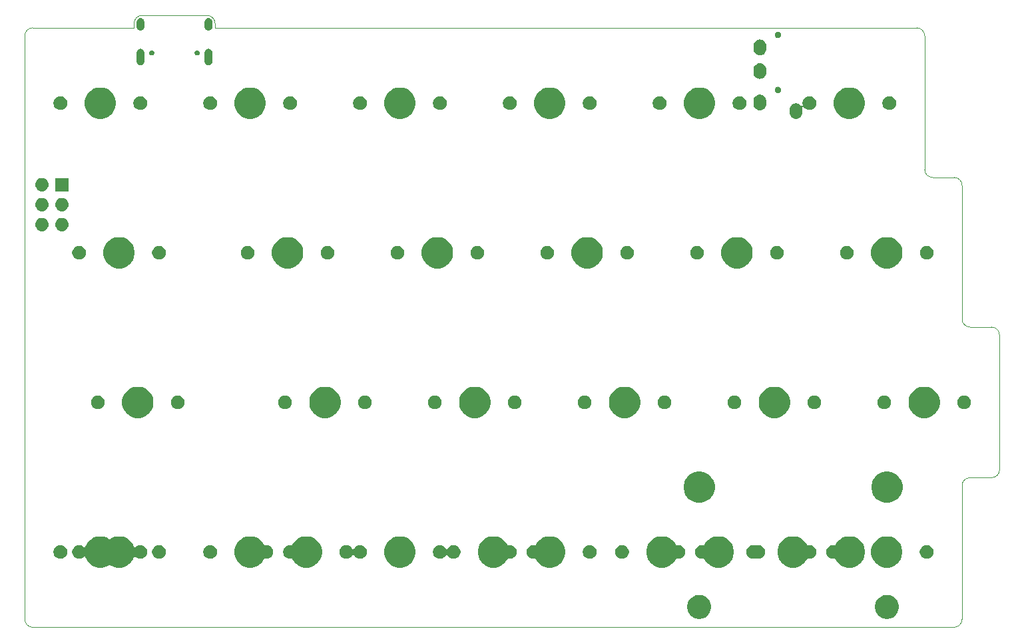
<source format=gbr>
%TF.GenerationSoftware,KiCad,Pcbnew,(6.0.0-rc1-dev-1291-g61b749f0b)*%
%TF.CreationDate,2018-12-05T20:52:08+02:00*%
%TF.ProjectId,TS48_left,54533438-5f6c-4656-9674-2e6b69636164,rev?*%
%TF.SameCoordinates,Original*%
%TF.FileFunction,Soldermask,Top*%
%TF.FilePolarity,Negative*%
%FSLAX46Y46*%
G04 Gerber Fmt 4.6, Leading zero omitted, Abs format (unit mm)*
G04 Created by KiCad (PCBNEW (6.0.0-rc1-dev-1291-g61b749f0b)) date 12/5/2018 8:52:08 PM*
%MOMM*%
%LPD*%
G01*
G04 APERTURE LIST*
%ADD10C,0.100000*%
G04 APERTURE END LIST*
D10*
X90995500Y-142938500D02*
X208153000Y-142938500D01*
X89979500Y-67627500D02*
X89979500Y-141922500D01*
X103886000Y-66611500D02*
X90995500Y-66611500D01*
X114173000Y-66611500D02*
X203390500Y-66611500D01*
X204406500Y-84645500D02*
X204406500Y-67627500D01*
X208153000Y-85661500D02*
X205422500Y-85661500D01*
X209169000Y-103695500D02*
X209169000Y-86677500D01*
X212915500Y-104711500D02*
X210185000Y-104711500D01*
X213931500Y-122872500D02*
X213931500Y-105727500D01*
X212915500Y-123888500D02*
X210185000Y-123888500D01*
X209169000Y-141922500D02*
X209169000Y-124904500D01*
X209169000Y-141922500D02*
G75*
G02X208151731Y-142939769I-1017269J0D01*
G01*
X90995500Y-142938500D02*
G75*
G02X89978231Y-141921231I0J1017269D01*
G01*
X89979500Y-67627500D02*
G75*
G02X90996769Y-66610231I1017269J0D01*
G01*
X114173000Y-66040000D02*
X114173000Y-66611500D01*
X104902000Y-65024000D02*
X113157000Y-65024000D01*
X103886000Y-66040000D02*
X103886000Y-66611500D01*
X103884731Y-66041269D02*
G75*
G02X104902000Y-65024000I1017269J0D01*
G01*
X113155731Y-65022731D02*
G75*
G02X114173000Y-66040000I0J-1017269D01*
G01*
X203389231Y-66610231D02*
G75*
G02X204406500Y-67627500I0J-1017269D01*
G01*
X205422500Y-85661500D02*
G75*
G02X204405231Y-84644231I0J1017269D01*
G01*
X208153000Y-85661500D02*
G75*
G02X209170269Y-86678769I0J-1017269D01*
G01*
X210185000Y-104711500D02*
G75*
G02X209167731Y-103694231I0J1017269D01*
G01*
X212915500Y-104711500D02*
G75*
G02X213932769Y-105728769I0J-1017269D01*
G01*
X209167731Y-124905769D02*
G75*
G02X210185000Y-123888500I1017269J0D01*
G01*
X213931500Y-122872500D02*
G75*
G02X212914231Y-123889769I-1017269J0D01*
G01*
G36*
X199863245Y-138830522D02*
X200059534Y-138869566D01*
X200336885Y-138984449D01*
X200586496Y-139151234D01*
X200798766Y-139363504D01*
X200798768Y-139363507D01*
X200965551Y-139613115D01*
X201080434Y-139890466D01*
X201139000Y-140184899D01*
X201139000Y-140485101D01*
X201080434Y-140779534D01*
X200965551Y-141056885D01*
X200798766Y-141306496D01*
X200586496Y-141518766D01*
X200586493Y-141518768D01*
X200336885Y-141685551D01*
X200059534Y-141800434D01*
X199863245Y-141839478D01*
X199765102Y-141859000D01*
X199464898Y-141859000D01*
X199366755Y-141839478D01*
X199170466Y-141800434D01*
X198893115Y-141685551D01*
X198643507Y-141518768D01*
X198643504Y-141518766D01*
X198431234Y-141306496D01*
X198264449Y-141056885D01*
X198149566Y-140779534D01*
X198091000Y-140485101D01*
X198091000Y-140184899D01*
X198149566Y-139890466D01*
X198264449Y-139613115D01*
X198431232Y-139363507D01*
X198431234Y-139363504D01*
X198643504Y-139151234D01*
X198893115Y-138984449D01*
X199170466Y-138869566D01*
X199366755Y-138830522D01*
X199464898Y-138811000D01*
X199765102Y-138811000D01*
X199863245Y-138830522D01*
X199863245Y-138830522D01*
G37*
G36*
X175987245Y-138830522D02*
X176183534Y-138869566D01*
X176460885Y-138984449D01*
X176710496Y-139151234D01*
X176922766Y-139363504D01*
X176922768Y-139363507D01*
X177089551Y-139613115D01*
X177204434Y-139890466D01*
X177263000Y-140184899D01*
X177263000Y-140485101D01*
X177204434Y-140779534D01*
X177089551Y-141056885D01*
X176922766Y-141306496D01*
X176710496Y-141518766D01*
X176710493Y-141518768D01*
X176460885Y-141685551D01*
X176183534Y-141800434D01*
X175987245Y-141839478D01*
X175889102Y-141859000D01*
X175588898Y-141859000D01*
X175490755Y-141839478D01*
X175294466Y-141800434D01*
X175017115Y-141685551D01*
X174767507Y-141518768D01*
X174767504Y-141518766D01*
X174555234Y-141306496D01*
X174388449Y-141056885D01*
X174273566Y-140779534D01*
X174215000Y-140485101D01*
X174215000Y-140184899D01*
X174273566Y-139890466D01*
X174388449Y-139613115D01*
X174555232Y-139363507D01*
X174555234Y-139363504D01*
X174767504Y-139151234D01*
X175017115Y-138984449D01*
X175294466Y-138869566D01*
X175490755Y-138830522D01*
X175588898Y-138811000D01*
X175889102Y-138811000D01*
X175987245Y-138830522D01*
X175987245Y-138830522D01*
G37*
G36*
X195411974Y-131432724D02*
X195774841Y-131583028D01*
X196101412Y-131801236D01*
X196379139Y-132078963D01*
X196597347Y-132405534D01*
X196747651Y-132768401D01*
X196824275Y-133153618D01*
X196824275Y-133546382D01*
X196747651Y-133931599D01*
X196597347Y-134294466D01*
X196379139Y-134621037D01*
X196101412Y-134898764D01*
X195774841Y-135116972D01*
X195411974Y-135267276D01*
X195026757Y-135343900D01*
X194633993Y-135343900D01*
X194248776Y-135267276D01*
X193885909Y-135116972D01*
X193559338Y-134898764D01*
X193281611Y-134621037D01*
X193063403Y-134294466D01*
X193059306Y-134284576D01*
X193047763Y-134262981D01*
X193032218Y-134244039D01*
X193013275Y-134228494D01*
X192991664Y-134216943D01*
X192968215Y-134209830D01*
X192943829Y-134207428D01*
X192919445Y-134209830D01*
X192843180Y-134225000D01*
X192670819Y-134225000D01*
X192501772Y-134191375D01*
X192342533Y-134125416D01*
X192199217Y-134029655D01*
X192077345Y-133907783D01*
X191981584Y-133764467D01*
X191915625Y-133605228D01*
X191882000Y-133436181D01*
X191882000Y-133263819D01*
X191915625Y-133094772D01*
X191981584Y-132935533D01*
X192077345Y-132792217D01*
X192199217Y-132670345D01*
X192342533Y-132574584D01*
X192501772Y-132508625D01*
X192670819Y-132475000D01*
X192843180Y-132475000D01*
X192919445Y-132490170D01*
X192943830Y-132492572D01*
X192968216Y-132490170D01*
X192991665Y-132483057D01*
X193013276Y-132471506D01*
X193032218Y-132455961D01*
X193047763Y-132437019D01*
X193059306Y-132415424D01*
X193063403Y-132405534D01*
X193281611Y-132078963D01*
X193559338Y-131801236D01*
X193885909Y-131583028D01*
X194248776Y-131432724D01*
X194633993Y-131356100D01*
X195026757Y-131356100D01*
X195411974Y-131432724D01*
X195411974Y-131432724D01*
G37*
G36*
X171591974Y-131432724D02*
X171954841Y-131583028D01*
X172281412Y-131801236D01*
X172559139Y-132078963D01*
X172777347Y-132405534D01*
X172780928Y-132414179D01*
X172792473Y-132435778D01*
X172808019Y-132454720D01*
X172826961Y-132470265D01*
X172848572Y-132481816D01*
X172872021Y-132488929D01*
X172896407Y-132491331D01*
X172920792Y-132488929D01*
X172990819Y-132475000D01*
X173163181Y-132475000D01*
X173332228Y-132508625D01*
X173491467Y-132574584D01*
X173634783Y-132670345D01*
X173756655Y-132792217D01*
X173852416Y-132935533D01*
X173918375Y-133094772D01*
X173952000Y-133263819D01*
X173952000Y-133436181D01*
X173918375Y-133605228D01*
X173852416Y-133764467D01*
X173756655Y-133907783D01*
X173634783Y-134029655D01*
X173491467Y-134125416D01*
X173332228Y-134191375D01*
X173163181Y-134225000D01*
X172990819Y-134225000D01*
X172920792Y-134211071D01*
X172896406Y-134208669D01*
X172872019Y-134211071D01*
X172848570Y-134218184D01*
X172826959Y-134229736D01*
X172808017Y-134245281D01*
X172792472Y-134264223D01*
X172780928Y-134285821D01*
X172777347Y-134294466D01*
X172559139Y-134621037D01*
X172281412Y-134898764D01*
X171954841Y-135116972D01*
X171591974Y-135267276D01*
X171206757Y-135343900D01*
X170813993Y-135343900D01*
X170428776Y-135267276D01*
X170065909Y-135116972D01*
X169739338Y-134898764D01*
X169461611Y-134621037D01*
X169243403Y-134294466D01*
X169093099Y-133931599D01*
X169016475Y-133546382D01*
X169016475Y-133153618D01*
X169093099Y-132768401D01*
X169243403Y-132405534D01*
X169461611Y-132078963D01*
X169739338Y-131801236D01*
X170065909Y-131583028D01*
X170428776Y-131432724D01*
X170813993Y-131356100D01*
X171206757Y-131356100D01*
X171591974Y-131432724D01*
X171591974Y-131432724D01*
G37*
G36*
X188258599Y-131432724D02*
X188621466Y-131583028D01*
X188948037Y-131801236D01*
X189225764Y-132078963D01*
X189443972Y-132405534D01*
X189448069Y-132415424D01*
X189459612Y-132437019D01*
X189475157Y-132455961D01*
X189494100Y-132471506D01*
X189515711Y-132483057D01*
X189539160Y-132490170D01*
X189563546Y-132492572D01*
X189587930Y-132490170D01*
X189664195Y-132475000D01*
X189836556Y-132475000D01*
X190005603Y-132508625D01*
X190164842Y-132574584D01*
X190308158Y-132670345D01*
X190430030Y-132792217D01*
X190525791Y-132935533D01*
X190591750Y-133094772D01*
X190625375Y-133263819D01*
X190625375Y-133436181D01*
X190591750Y-133605228D01*
X190525791Y-133764467D01*
X190430030Y-133907783D01*
X190308158Y-134029655D01*
X190164842Y-134125416D01*
X190005603Y-134191375D01*
X189836556Y-134225000D01*
X189664195Y-134225000D01*
X189587930Y-134209830D01*
X189563545Y-134207428D01*
X189539159Y-134209830D01*
X189515710Y-134216943D01*
X189494099Y-134228494D01*
X189475157Y-134244039D01*
X189459612Y-134262981D01*
X189448069Y-134284576D01*
X189443972Y-134294466D01*
X189225764Y-134621037D01*
X188948037Y-134898764D01*
X188621466Y-135116972D01*
X188258599Y-135267276D01*
X187873382Y-135343900D01*
X187480618Y-135343900D01*
X187095401Y-135267276D01*
X186732534Y-135116972D01*
X186405963Y-134898764D01*
X186128236Y-134621037D01*
X185910028Y-134294466D01*
X185759724Y-133931599D01*
X185683100Y-133546382D01*
X185683100Y-133153618D01*
X185759724Y-132768401D01*
X185910028Y-132405534D01*
X186128236Y-132078963D01*
X186405963Y-131801236D01*
X186732534Y-131583028D01*
X187095401Y-131432724D01*
X187480618Y-131356100D01*
X187873382Y-131356100D01*
X188258599Y-131432724D01*
X188258599Y-131432724D01*
G37*
G36*
X150161974Y-131432724D02*
X150524841Y-131583028D01*
X150851412Y-131801236D01*
X151129139Y-132078963D01*
X151347347Y-132405534D01*
X151350928Y-132414179D01*
X151362473Y-132435778D01*
X151378019Y-132454720D01*
X151396961Y-132470265D01*
X151418572Y-132481816D01*
X151442021Y-132488929D01*
X151466407Y-132491331D01*
X151490792Y-132488929D01*
X151560819Y-132475000D01*
X151733181Y-132475000D01*
X151902228Y-132508625D01*
X152061467Y-132574584D01*
X152204783Y-132670345D01*
X152326655Y-132792217D01*
X152422416Y-132935533D01*
X152488375Y-133094772D01*
X152522000Y-133263819D01*
X152522000Y-133436181D01*
X152488375Y-133605228D01*
X152422416Y-133764467D01*
X152326655Y-133907783D01*
X152204783Y-134029655D01*
X152061467Y-134125416D01*
X151902228Y-134191375D01*
X151733181Y-134225000D01*
X151560819Y-134225000D01*
X151490792Y-134211071D01*
X151466406Y-134208669D01*
X151442019Y-134211071D01*
X151418570Y-134218184D01*
X151396959Y-134229736D01*
X151378017Y-134245281D01*
X151362472Y-134264223D01*
X151350928Y-134285821D01*
X151347347Y-134294466D01*
X151129139Y-134621037D01*
X150851412Y-134898764D01*
X150524841Y-135116972D01*
X150161974Y-135267276D01*
X149776757Y-135343900D01*
X149383993Y-135343900D01*
X148998776Y-135267276D01*
X148635909Y-135116972D01*
X148309338Y-134898764D01*
X148031611Y-134621037D01*
X147813403Y-134294466D01*
X147663099Y-133931599D01*
X147586475Y-133546382D01*
X147586475Y-133153618D01*
X147663099Y-132768401D01*
X147813403Y-132405534D01*
X148031611Y-132078963D01*
X148309338Y-131801236D01*
X148635909Y-131583028D01*
X148998776Y-131432724D01*
X149383993Y-131356100D01*
X149776757Y-131356100D01*
X150161974Y-131432724D01*
X150161974Y-131432724D01*
G37*
G36*
X126351974Y-131432724D02*
X126714841Y-131583028D01*
X127041412Y-131801236D01*
X127319139Y-132078963D01*
X127537347Y-132405534D01*
X127687651Y-132768401D01*
X127764275Y-133153618D01*
X127764275Y-133546382D01*
X127687651Y-133931599D01*
X127537347Y-134294466D01*
X127319139Y-134621037D01*
X127041412Y-134898764D01*
X126714841Y-135116972D01*
X126351974Y-135267276D01*
X125966757Y-135343900D01*
X125573993Y-135343900D01*
X125188776Y-135267276D01*
X124825909Y-135116972D01*
X124499338Y-134898764D01*
X124221611Y-134621037D01*
X124003403Y-134294466D01*
X124000067Y-134286413D01*
X123988527Y-134264822D01*
X123972982Y-134245879D01*
X123954040Y-134230334D01*
X123932430Y-134218782D01*
X123908981Y-134211668D01*
X123884595Y-134209266D01*
X123860206Y-134211668D01*
X123793181Y-134225000D01*
X123620819Y-134225000D01*
X123451772Y-134191375D01*
X123292533Y-134125416D01*
X123149217Y-134029655D01*
X123027345Y-133907783D01*
X122931584Y-133764467D01*
X122865625Y-133605228D01*
X122832000Y-133436181D01*
X122832000Y-133263819D01*
X122865625Y-133094772D01*
X122931584Y-132935533D01*
X123027345Y-132792217D01*
X123149217Y-132670345D01*
X123292533Y-132574584D01*
X123451772Y-132508625D01*
X123620819Y-132475000D01*
X123793181Y-132475000D01*
X123860206Y-132488332D01*
X123884592Y-132490734D01*
X123908979Y-132488332D01*
X123932428Y-132481219D01*
X123954038Y-132469668D01*
X123972981Y-132454122D01*
X123988526Y-132435180D01*
X124000067Y-132413587D01*
X124003403Y-132405534D01*
X124221611Y-132078963D01*
X124499338Y-131801236D01*
X124825909Y-131583028D01*
X125188776Y-131432724D01*
X125573993Y-131356100D01*
X125966757Y-131356100D01*
X126351974Y-131432724D01*
X126351974Y-131432724D01*
G37*
G36*
X119208599Y-131432724D02*
X119571466Y-131583028D01*
X119898037Y-131801236D01*
X120175764Y-132078963D01*
X120393972Y-132405534D01*
X120397308Y-132413587D01*
X120408848Y-132435178D01*
X120424393Y-132454121D01*
X120443335Y-132469666D01*
X120464945Y-132481218D01*
X120488394Y-132488332D01*
X120512780Y-132490734D01*
X120537169Y-132488332D01*
X120604194Y-132475000D01*
X120776556Y-132475000D01*
X120945603Y-132508625D01*
X121104842Y-132574584D01*
X121248158Y-132670345D01*
X121370030Y-132792217D01*
X121465791Y-132935533D01*
X121531750Y-133094772D01*
X121565375Y-133263819D01*
X121565375Y-133436181D01*
X121531750Y-133605228D01*
X121465791Y-133764467D01*
X121370030Y-133907783D01*
X121248158Y-134029655D01*
X121104842Y-134125416D01*
X120945603Y-134191375D01*
X120776556Y-134225000D01*
X120604194Y-134225000D01*
X120537169Y-134211668D01*
X120512783Y-134209266D01*
X120488396Y-134211668D01*
X120464947Y-134218781D01*
X120443337Y-134230332D01*
X120424394Y-134245878D01*
X120408849Y-134264820D01*
X120397308Y-134286413D01*
X120393972Y-134294466D01*
X120175764Y-134621037D01*
X119898037Y-134898764D01*
X119571466Y-135116972D01*
X119208599Y-135267276D01*
X118823382Y-135343900D01*
X118430618Y-135343900D01*
X118045401Y-135267276D01*
X117682534Y-135116972D01*
X117355963Y-134898764D01*
X117078236Y-134621037D01*
X116860028Y-134294466D01*
X116709724Y-133931599D01*
X116633100Y-133546382D01*
X116633100Y-133153618D01*
X116709724Y-132768401D01*
X116860028Y-132405534D01*
X117078236Y-132078963D01*
X117355963Y-131801236D01*
X117682534Y-131583028D01*
X118045401Y-131432724D01*
X118430618Y-131356100D01*
X118823382Y-131356100D01*
X119208599Y-131432724D01*
X119208599Y-131432724D01*
G37*
G36*
X200168599Y-131432724D02*
X200531466Y-131583028D01*
X200858037Y-131801236D01*
X201135764Y-132078963D01*
X201353972Y-132405534D01*
X201504276Y-132768401D01*
X201580900Y-133153618D01*
X201580900Y-133546382D01*
X201504276Y-133931599D01*
X201353972Y-134294466D01*
X201135764Y-134621037D01*
X200858037Y-134898764D01*
X200531466Y-135116972D01*
X200168599Y-135267276D01*
X199783382Y-135343900D01*
X199390618Y-135343900D01*
X199005401Y-135267276D01*
X198642534Y-135116972D01*
X198315963Y-134898764D01*
X198038236Y-134621037D01*
X197820028Y-134294466D01*
X197669724Y-133931599D01*
X197593100Y-133546382D01*
X197593100Y-133153618D01*
X197669724Y-132768401D01*
X197820028Y-132405534D01*
X198038236Y-132078963D01*
X198315963Y-131801236D01*
X198642534Y-131583028D01*
X199005401Y-131432724D01*
X199390618Y-131356100D01*
X199783382Y-131356100D01*
X200168599Y-131432724D01*
X200168599Y-131432724D01*
G37*
G36*
X100158599Y-131432724D02*
X100521466Y-131583028D01*
X100699252Y-131701821D01*
X100720852Y-131713366D01*
X100744301Y-131720479D01*
X100768687Y-131722881D01*
X100793074Y-131720479D01*
X100816523Y-131713366D01*
X100838127Y-131701818D01*
X101015909Y-131583028D01*
X101378776Y-131432724D01*
X101763993Y-131356100D01*
X102156757Y-131356100D01*
X102541974Y-131432724D01*
X102904841Y-131583028D01*
X103231412Y-131801236D01*
X103509139Y-132078963D01*
X103727347Y-132405534D01*
X103842241Y-132682912D01*
X103853786Y-132704512D01*
X103869332Y-132723454D01*
X103888274Y-132739000D01*
X103909885Y-132750551D01*
X103933334Y-132757664D01*
X103957720Y-132760066D01*
X103982106Y-132757664D01*
X104005556Y-132750551D01*
X104027166Y-132739000D01*
X104046108Y-132723454D01*
X104099217Y-132670345D01*
X104242533Y-132574584D01*
X104401772Y-132508625D01*
X104570819Y-132475000D01*
X104743181Y-132475000D01*
X104912228Y-132508625D01*
X105071467Y-132574584D01*
X105214783Y-132670345D01*
X105336655Y-132792217D01*
X105432416Y-132935533D01*
X105498375Y-133094772D01*
X105532000Y-133263819D01*
X105532000Y-133436181D01*
X105498375Y-133605228D01*
X105432416Y-133764467D01*
X105336655Y-133907783D01*
X105214783Y-134029655D01*
X105071467Y-134125416D01*
X104912228Y-134191375D01*
X104743181Y-134225000D01*
X104570819Y-134225000D01*
X104401772Y-134191375D01*
X104242533Y-134125416D01*
X104099217Y-134029655D01*
X104046108Y-133976546D01*
X104027166Y-133961000D01*
X104005555Y-133949449D01*
X103982106Y-133942336D01*
X103957720Y-133939934D01*
X103933334Y-133942336D01*
X103909885Y-133949449D01*
X103888274Y-133961000D01*
X103869332Y-133976546D01*
X103853786Y-133995488D01*
X103842241Y-134017088D01*
X103727347Y-134294466D01*
X103509139Y-134621037D01*
X103231412Y-134898764D01*
X102904841Y-135116972D01*
X102541974Y-135267276D01*
X102156757Y-135343900D01*
X101763993Y-135343900D01*
X101378776Y-135267276D01*
X101015909Y-135116972D01*
X100838123Y-134998179D01*
X100816523Y-134986634D01*
X100793074Y-134979521D01*
X100768688Y-134977119D01*
X100744301Y-134979521D01*
X100720852Y-134986634D01*
X100699248Y-134998182D01*
X100521466Y-135116972D01*
X100158599Y-135267276D01*
X99773382Y-135343900D01*
X99380618Y-135343900D01*
X98995401Y-135267276D01*
X98632534Y-135116972D01*
X98305963Y-134898764D01*
X98028236Y-134621037D01*
X97810028Y-134294466D01*
X97695134Y-134017088D01*
X97683589Y-133995488D01*
X97668043Y-133976546D01*
X97649101Y-133961000D01*
X97627490Y-133949449D01*
X97604041Y-133942336D01*
X97579655Y-133939934D01*
X97555269Y-133942336D01*
X97531819Y-133949449D01*
X97510209Y-133961000D01*
X97491267Y-133976546D01*
X97438158Y-134029655D01*
X97294842Y-134125416D01*
X97135603Y-134191375D01*
X96966556Y-134225000D01*
X96794194Y-134225000D01*
X96625147Y-134191375D01*
X96465908Y-134125416D01*
X96322592Y-134029655D01*
X96200720Y-133907783D01*
X96104959Y-133764467D01*
X96039000Y-133605228D01*
X96005375Y-133436181D01*
X96005375Y-133263819D01*
X96039000Y-133094772D01*
X96104959Y-132935533D01*
X96200720Y-132792217D01*
X96322592Y-132670345D01*
X96465908Y-132574584D01*
X96625147Y-132508625D01*
X96794194Y-132475000D01*
X96966556Y-132475000D01*
X97135603Y-132508625D01*
X97294842Y-132574584D01*
X97438158Y-132670345D01*
X97491267Y-132723454D01*
X97510209Y-132739000D01*
X97531820Y-132750551D01*
X97555269Y-132757664D01*
X97579655Y-132760066D01*
X97604041Y-132757664D01*
X97627490Y-132750551D01*
X97649101Y-132739000D01*
X97668043Y-132723454D01*
X97683589Y-132704512D01*
X97695134Y-132682912D01*
X97810028Y-132405534D01*
X98028236Y-132078963D01*
X98305963Y-131801236D01*
X98632534Y-131583028D01*
X98995401Y-131432724D01*
X99380618Y-131356100D01*
X99773382Y-131356100D01*
X100158599Y-131432724D01*
X100158599Y-131432724D01*
G37*
G36*
X138258599Y-131432724D02*
X138621466Y-131583028D01*
X138948037Y-131801236D01*
X139225764Y-132078963D01*
X139443972Y-132405534D01*
X139594276Y-132768401D01*
X139670900Y-133153618D01*
X139670900Y-133546382D01*
X139594276Y-133931599D01*
X139443972Y-134294466D01*
X139225764Y-134621037D01*
X138948037Y-134898764D01*
X138621466Y-135116972D01*
X138258599Y-135267276D01*
X137873382Y-135343900D01*
X137480618Y-135343900D01*
X137095401Y-135267276D01*
X136732534Y-135116972D01*
X136405963Y-134898764D01*
X136128236Y-134621037D01*
X135910028Y-134294466D01*
X135759724Y-133931599D01*
X135683100Y-133546382D01*
X135683100Y-133153618D01*
X135759724Y-132768401D01*
X135910028Y-132405534D01*
X136128236Y-132078963D01*
X136405963Y-131801236D01*
X136732534Y-131583028D01*
X137095401Y-131432724D01*
X137480618Y-131356100D01*
X137873382Y-131356100D01*
X138258599Y-131432724D01*
X138258599Y-131432724D01*
G37*
G36*
X157308599Y-131432724D02*
X157671466Y-131583028D01*
X157998037Y-131801236D01*
X158275764Y-132078963D01*
X158493972Y-132405534D01*
X158644276Y-132768401D01*
X158720900Y-133153618D01*
X158720900Y-133546382D01*
X158644276Y-133931599D01*
X158493972Y-134294466D01*
X158275764Y-134621037D01*
X157998037Y-134898764D01*
X157671466Y-135116972D01*
X157308599Y-135267276D01*
X156923382Y-135343900D01*
X156530618Y-135343900D01*
X156145401Y-135267276D01*
X155782534Y-135116972D01*
X155455963Y-134898764D01*
X155178236Y-134621037D01*
X154960028Y-134294466D01*
X154956447Y-134285821D01*
X154944902Y-134264222D01*
X154929356Y-134245280D01*
X154910414Y-134229735D01*
X154888803Y-134218184D01*
X154865354Y-134211071D01*
X154840968Y-134208669D01*
X154816583Y-134211071D01*
X154746556Y-134225000D01*
X154574194Y-134225000D01*
X154405147Y-134191375D01*
X154245908Y-134125416D01*
X154102592Y-134029655D01*
X153980720Y-133907783D01*
X153884959Y-133764467D01*
X153819000Y-133605228D01*
X153785375Y-133436181D01*
X153785375Y-133263819D01*
X153819000Y-133094772D01*
X153884959Y-132935533D01*
X153980720Y-132792217D01*
X154102592Y-132670345D01*
X154245908Y-132574584D01*
X154405147Y-132508625D01*
X154574194Y-132475000D01*
X154746556Y-132475000D01*
X154816583Y-132488929D01*
X154840969Y-132491331D01*
X154865356Y-132488929D01*
X154888805Y-132481816D01*
X154910416Y-132470264D01*
X154929358Y-132454719D01*
X154944903Y-132435777D01*
X154956447Y-132414179D01*
X154960028Y-132405534D01*
X155178236Y-132078963D01*
X155455963Y-131801236D01*
X155782534Y-131583028D01*
X156145401Y-131432724D01*
X156530618Y-131356100D01*
X156923382Y-131356100D01*
X157308599Y-131432724D01*
X157308599Y-131432724D01*
G37*
G36*
X178738599Y-131432724D02*
X179101466Y-131583028D01*
X179428037Y-131801236D01*
X179705764Y-132078963D01*
X179923972Y-132405534D01*
X180074276Y-132768401D01*
X180150900Y-133153618D01*
X180150900Y-133546382D01*
X180074276Y-133931599D01*
X179923972Y-134294466D01*
X179705764Y-134621037D01*
X179428037Y-134898764D01*
X179101466Y-135116972D01*
X178738599Y-135267276D01*
X178353382Y-135343900D01*
X177960618Y-135343900D01*
X177575401Y-135267276D01*
X177212534Y-135116972D01*
X176885963Y-134898764D01*
X176608236Y-134621037D01*
X176390028Y-134294466D01*
X176386447Y-134285821D01*
X176374902Y-134264222D01*
X176359356Y-134245280D01*
X176340414Y-134229735D01*
X176318803Y-134218184D01*
X176295354Y-134211071D01*
X176270968Y-134208669D01*
X176246583Y-134211071D01*
X176176556Y-134225000D01*
X176004194Y-134225000D01*
X175835147Y-134191375D01*
X175675908Y-134125416D01*
X175532592Y-134029655D01*
X175410720Y-133907783D01*
X175314959Y-133764467D01*
X175249000Y-133605228D01*
X175215375Y-133436181D01*
X175215375Y-133263819D01*
X175249000Y-133094772D01*
X175314959Y-132935533D01*
X175410720Y-132792217D01*
X175532592Y-132670345D01*
X175675908Y-132574584D01*
X175835147Y-132508625D01*
X176004194Y-132475000D01*
X176176556Y-132475000D01*
X176246583Y-132488929D01*
X176270969Y-132491331D01*
X176295356Y-132488929D01*
X176318805Y-132481816D01*
X176340416Y-132470264D01*
X176359358Y-132454719D01*
X176374903Y-132435777D01*
X176386447Y-132414179D01*
X176390028Y-132405534D01*
X176608236Y-132078963D01*
X176885963Y-131801236D01*
X177212534Y-131583028D01*
X177575401Y-131432724D01*
X177960618Y-131356100D01*
X178353382Y-131356100D01*
X178738599Y-131432724D01*
X178738599Y-131432724D01*
G37*
G36*
X162062228Y-132508625D02*
X162221467Y-132574584D01*
X162364783Y-132670345D01*
X162486655Y-132792217D01*
X162582416Y-132935533D01*
X162648375Y-133094772D01*
X162682000Y-133263819D01*
X162682000Y-133436181D01*
X162648375Y-133605228D01*
X162582416Y-133764467D01*
X162486655Y-133907783D01*
X162364783Y-134029655D01*
X162221467Y-134125416D01*
X162062228Y-134191375D01*
X161893181Y-134225000D01*
X161720819Y-134225000D01*
X161551772Y-134191375D01*
X161392533Y-134125416D01*
X161249217Y-134029655D01*
X161127345Y-133907783D01*
X161031584Y-133764467D01*
X160965625Y-133605228D01*
X160932000Y-133436181D01*
X160932000Y-133263819D01*
X160965625Y-133094772D01*
X161031584Y-132935533D01*
X161127345Y-132792217D01*
X161249217Y-132670345D01*
X161392533Y-132574584D01*
X161551772Y-132508625D01*
X161720819Y-132475000D01*
X161893181Y-132475000D01*
X162062228Y-132508625D01*
X162062228Y-132508625D01*
G37*
G36*
X166185603Y-132508625D02*
X166344842Y-132574584D01*
X166488158Y-132670345D01*
X166610030Y-132792217D01*
X166705791Y-132935533D01*
X166771750Y-133094772D01*
X166805375Y-133263819D01*
X166805375Y-133436181D01*
X166771750Y-133605228D01*
X166705791Y-133764467D01*
X166610030Y-133907783D01*
X166488158Y-134029655D01*
X166344842Y-134125416D01*
X166185603Y-134191375D01*
X166016556Y-134225000D01*
X165844194Y-134225000D01*
X165675147Y-134191375D01*
X165515908Y-134125416D01*
X165372592Y-134029655D01*
X165250720Y-133907783D01*
X165154959Y-133764467D01*
X165089000Y-133605228D01*
X165055375Y-133436181D01*
X165055375Y-133263819D01*
X165089000Y-133094772D01*
X165154959Y-132935533D01*
X165250720Y-132792217D01*
X165372592Y-132670345D01*
X165515908Y-132574584D01*
X165675147Y-132508625D01*
X165844194Y-132475000D01*
X166016556Y-132475000D01*
X166185603Y-132508625D01*
X166185603Y-132508625D01*
G37*
G36*
X131105603Y-132508625D02*
X131264842Y-132574584D01*
X131408158Y-132670345D01*
X131530032Y-132792219D01*
X131619755Y-132926498D01*
X131635300Y-132945440D01*
X131654242Y-132960985D01*
X131675853Y-132972536D01*
X131699302Y-132979649D01*
X131723688Y-132982051D01*
X131748075Y-132979649D01*
X131771524Y-132972536D01*
X131793135Y-132960984D01*
X131812077Y-132945439D01*
X131827622Y-132926497D01*
X131917345Y-132792217D01*
X132039217Y-132670345D01*
X132182533Y-132574584D01*
X132341772Y-132508625D01*
X132510819Y-132475000D01*
X132683181Y-132475000D01*
X132852228Y-132508625D01*
X133011467Y-132574584D01*
X133154783Y-132670345D01*
X133276655Y-132792217D01*
X133372416Y-132935533D01*
X133438375Y-133094772D01*
X133472000Y-133263819D01*
X133472000Y-133436181D01*
X133438375Y-133605228D01*
X133372416Y-133764467D01*
X133276655Y-133907783D01*
X133154783Y-134029655D01*
X133011467Y-134125416D01*
X132852228Y-134191375D01*
X132683181Y-134225000D01*
X132510819Y-134225000D01*
X132341772Y-134191375D01*
X132182533Y-134125416D01*
X132039217Y-134029655D01*
X131917343Y-133907781D01*
X131827620Y-133773502D01*
X131812075Y-133754560D01*
X131793133Y-133739015D01*
X131771522Y-133727464D01*
X131748073Y-133720351D01*
X131723687Y-133717949D01*
X131699300Y-133720351D01*
X131675851Y-133727464D01*
X131654240Y-133739016D01*
X131635298Y-133754561D01*
X131619753Y-133773503D01*
X131530030Y-133907783D01*
X131408158Y-134029655D01*
X131264842Y-134125416D01*
X131105603Y-134191375D01*
X130936556Y-134225000D01*
X130764194Y-134225000D01*
X130595147Y-134191375D01*
X130435908Y-134125416D01*
X130292592Y-134029655D01*
X130170720Y-133907783D01*
X130074959Y-133764467D01*
X130009000Y-133605228D01*
X129975375Y-133436181D01*
X129975375Y-133263819D01*
X130009000Y-133094772D01*
X130074959Y-132935533D01*
X130170720Y-132792217D01*
X130292592Y-132670345D01*
X130435908Y-132574584D01*
X130595147Y-132508625D01*
X130764194Y-132475000D01*
X130936556Y-132475000D01*
X131105603Y-132508625D01*
X131105603Y-132508625D01*
G37*
G36*
X107295603Y-132508625D02*
X107454842Y-132574584D01*
X107598158Y-132670345D01*
X107720030Y-132792217D01*
X107815791Y-132935533D01*
X107881750Y-133094772D01*
X107915375Y-133263819D01*
X107915375Y-133436181D01*
X107881750Y-133605228D01*
X107815791Y-133764467D01*
X107720030Y-133907783D01*
X107598158Y-134029655D01*
X107454842Y-134125416D01*
X107295603Y-134191375D01*
X107126556Y-134225000D01*
X106954194Y-134225000D01*
X106785147Y-134191375D01*
X106625908Y-134125416D01*
X106482592Y-134029655D01*
X106360720Y-133907783D01*
X106264959Y-133764467D01*
X106199000Y-133605228D01*
X106165375Y-133436181D01*
X106165375Y-133263819D01*
X106199000Y-133094772D01*
X106264959Y-132935533D01*
X106360720Y-132792217D01*
X106482592Y-132670345D01*
X106625908Y-132574584D01*
X106785147Y-132508625D01*
X106954194Y-132475000D01*
X107126556Y-132475000D01*
X107295603Y-132508625D01*
X107295603Y-132508625D01*
G37*
G36*
X143012228Y-132508625D02*
X143171467Y-132574584D01*
X143314783Y-132670345D01*
X143436657Y-132792219D01*
X143524755Y-132924066D01*
X143540300Y-132943008D01*
X143559242Y-132958553D01*
X143580853Y-132970104D01*
X143604302Y-132977217D01*
X143628689Y-132979619D01*
X143653075Y-132977217D01*
X143676524Y-132970104D01*
X143698135Y-132958552D01*
X143717077Y-132943007D01*
X143732622Y-132924065D01*
X143820720Y-132792217D01*
X143942592Y-132670345D01*
X144085908Y-132574584D01*
X144245147Y-132508625D01*
X144414194Y-132475000D01*
X144586556Y-132475000D01*
X144755603Y-132508625D01*
X144914842Y-132574584D01*
X145058158Y-132670345D01*
X145180030Y-132792217D01*
X145275791Y-132935533D01*
X145341750Y-133094772D01*
X145375375Y-133263819D01*
X145375375Y-133436181D01*
X145341750Y-133605228D01*
X145275791Y-133764467D01*
X145180030Y-133907783D01*
X145058158Y-134029655D01*
X144914842Y-134125416D01*
X144755603Y-134191375D01*
X144586556Y-134225000D01*
X144414194Y-134225000D01*
X144245147Y-134191375D01*
X144085908Y-134125416D01*
X143942592Y-134029655D01*
X143820720Y-133907783D01*
X143732622Y-133775935D01*
X143717076Y-133756993D01*
X143698134Y-133741447D01*
X143676524Y-133729896D01*
X143653074Y-133722783D01*
X143628688Y-133720381D01*
X143604302Y-133722783D01*
X143580853Y-133729896D01*
X143559242Y-133741447D01*
X143540300Y-133756993D01*
X143524755Y-133775934D01*
X143436657Y-133907781D01*
X143314783Y-134029655D01*
X143171467Y-134125416D01*
X143012228Y-134191375D01*
X142843181Y-134225000D01*
X142670819Y-134225000D01*
X142501772Y-134191375D01*
X142342533Y-134125416D01*
X142199217Y-134029655D01*
X142077345Y-133907783D01*
X141981584Y-133764467D01*
X141915625Y-133605228D01*
X141882000Y-133436181D01*
X141882000Y-133263819D01*
X141915625Y-133094772D01*
X141981584Y-132935533D01*
X142077345Y-132792217D01*
X142199217Y-132670345D01*
X142342533Y-132574584D01*
X142501772Y-132508625D01*
X142670819Y-132475000D01*
X142843181Y-132475000D01*
X143012228Y-132508625D01*
X143012228Y-132508625D01*
G37*
G36*
X204922228Y-132508625D02*
X205081467Y-132574584D01*
X205224783Y-132670345D01*
X205346655Y-132792217D01*
X205442416Y-132935533D01*
X205508375Y-133094772D01*
X205542000Y-133263819D01*
X205542000Y-133436181D01*
X205508375Y-133605228D01*
X205442416Y-133764467D01*
X205346655Y-133907783D01*
X205224783Y-134029655D01*
X205081467Y-134125416D01*
X204922228Y-134191375D01*
X204753181Y-134225000D01*
X204580819Y-134225000D01*
X204411772Y-134191375D01*
X204252533Y-134125416D01*
X204109217Y-134029655D01*
X203987345Y-133907783D01*
X203891584Y-133764467D01*
X203825625Y-133605228D01*
X203792000Y-133436181D01*
X203792000Y-133263819D01*
X203825625Y-133094772D01*
X203891584Y-132935533D01*
X203987345Y-132792217D01*
X204109217Y-132670345D01*
X204252533Y-132574584D01*
X204411772Y-132508625D01*
X204580819Y-132475000D01*
X204753181Y-132475000D01*
X204922228Y-132508625D01*
X204922228Y-132508625D01*
G37*
G36*
X94752228Y-132508625D02*
X94911467Y-132574584D01*
X95054783Y-132670345D01*
X95176655Y-132792217D01*
X95272416Y-132935533D01*
X95338375Y-133094772D01*
X95372000Y-133263819D01*
X95372000Y-133436181D01*
X95338375Y-133605228D01*
X95272416Y-133764467D01*
X95176655Y-133907783D01*
X95054783Y-134029655D01*
X94911467Y-134125416D01*
X94752228Y-134191375D01*
X94583181Y-134225000D01*
X94410819Y-134225000D01*
X94241772Y-134191375D01*
X94082533Y-134125416D01*
X93939217Y-134029655D01*
X93817345Y-133907783D01*
X93721584Y-133764467D01*
X93655625Y-133605228D01*
X93622000Y-133436181D01*
X93622000Y-133263819D01*
X93655625Y-133094772D01*
X93721584Y-132935533D01*
X93817345Y-132792217D01*
X93939217Y-132670345D01*
X94082533Y-132574584D01*
X94241772Y-132508625D01*
X94410819Y-132475000D01*
X94583181Y-132475000D01*
X94752228Y-132508625D01*
X94752228Y-132508625D01*
G37*
G36*
X113802228Y-132508625D02*
X113961467Y-132574584D01*
X114104783Y-132670345D01*
X114226655Y-132792217D01*
X114322416Y-132935533D01*
X114388375Y-133094772D01*
X114422000Y-133263819D01*
X114422000Y-133436181D01*
X114388375Y-133605228D01*
X114322416Y-133764467D01*
X114226655Y-133907783D01*
X114104783Y-134029655D01*
X113961467Y-134125416D01*
X113802228Y-134191375D01*
X113633181Y-134225000D01*
X113460819Y-134225000D01*
X113291772Y-134191375D01*
X113132533Y-134125416D01*
X112989217Y-134029655D01*
X112867345Y-133907783D01*
X112771584Y-133764467D01*
X112705625Y-133605228D01*
X112672000Y-133436181D01*
X112672000Y-133263819D01*
X112705625Y-133094772D01*
X112771584Y-132935533D01*
X112867345Y-132792217D01*
X112989217Y-132670345D01*
X113132533Y-132574584D01*
X113291772Y-132508625D01*
X113460819Y-132475000D01*
X113633181Y-132475000D01*
X113802228Y-132508625D01*
X113802228Y-132508625D01*
G37*
G36*
X182852225Y-132508625D02*
X182852227Y-132508626D01*
X182852228Y-132508626D01*
X182864894Y-132513872D01*
X182869164Y-132515641D01*
X182892613Y-132522754D01*
X182916999Y-132525156D01*
X182941386Y-132522754D01*
X182964836Y-132515641D01*
X182969106Y-132513872D01*
X182981772Y-132508626D01*
X182981773Y-132508626D01*
X182981775Y-132508625D01*
X183150819Y-132475000D01*
X183323181Y-132475000D01*
X183492228Y-132508625D01*
X183651467Y-132574584D01*
X183794783Y-132670345D01*
X183916655Y-132792217D01*
X184012416Y-132935533D01*
X184078375Y-133094772D01*
X184112000Y-133263819D01*
X184112000Y-133436181D01*
X184078375Y-133605228D01*
X184012416Y-133764467D01*
X183916655Y-133907783D01*
X183794783Y-134029655D01*
X183651467Y-134125416D01*
X183492228Y-134191375D01*
X183323181Y-134225000D01*
X183150819Y-134225000D01*
X182981775Y-134191375D01*
X182981773Y-134191374D01*
X182981772Y-134191374D01*
X182964837Y-134184359D01*
X182941387Y-134177246D01*
X182917001Y-134174844D01*
X182892614Y-134177246D01*
X182869163Y-134184359D01*
X182852228Y-134191374D01*
X182852227Y-134191374D01*
X182852225Y-134191375D01*
X182683181Y-134225000D01*
X182510819Y-134225000D01*
X182341772Y-134191375D01*
X182182533Y-134125416D01*
X182039217Y-134029655D01*
X181917345Y-133907783D01*
X181821584Y-133764467D01*
X181755625Y-133605228D01*
X181722000Y-133436181D01*
X181722000Y-133263819D01*
X181755625Y-133094772D01*
X181821584Y-132935533D01*
X181917345Y-132792217D01*
X182039217Y-132670345D01*
X182182533Y-132574584D01*
X182341772Y-132508625D01*
X182510819Y-132475000D01*
X182683181Y-132475000D01*
X182852225Y-132508625D01*
X182852225Y-132508625D01*
G37*
G36*
X200196599Y-123177724D02*
X200559466Y-123328028D01*
X200886037Y-123546236D01*
X201163764Y-123823963D01*
X201381972Y-124150534D01*
X201532276Y-124513401D01*
X201608900Y-124898618D01*
X201608900Y-125291382D01*
X201532276Y-125676599D01*
X201381972Y-126039466D01*
X201163764Y-126366037D01*
X200886037Y-126643764D01*
X200559466Y-126861972D01*
X200196599Y-127012276D01*
X199811382Y-127088900D01*
X199418618Y-127088900D01*
X199033401Y-127012276D01*
X198670534Y-126861972D01*
X198343963Y-126643764D01*
X198066236Y-126366037D01*
X197848028Y-126039466D01*
X197697724Y-125676599D01*
X197621100Y-125291382D01*
X197621100Y-124898618D01*
X197697724Y-124513401D01*
X197848028Y-124150534D01*
X198066236Y-123823963D01*
X198343963Y-123546236D01*
X198670534Y-123328028D01*
X199033401Y-123177724D01*
X199418618Y-123101100D01*
X199811382Y-123101100D01*
X200196599Y-123177724D01*
X200196599Y-123177724D01*
G37*
G36*
X176320599Y-123177724D02*
X176683466Y-123328028D01*
X177010037Y-123546236D01*
X177287764Y-123823963D01*
X177505972Y-124150534D01*
X177656276Y-124513401D01*
X177732900Y-124898618D01*
X177732900Y-125291382D01*
X177656276Y-125676599D01*
X177505972Y-126039466D01*
X177287764Y-126366037D01*
X177010037Y-126643764D01*
X176683466Y-126861972D01*
X176320599Y-127012276D01*
X175935382Y-127088900D01*
X175542618Y-127088900D01*
X175157401Y-127012276D01*
X174794534Y-126861972D01*
X174467963Y-126643764D01*
X174190236Y-126366037D01*
X173972028Y-126039466D01*
X173821724Y-125676599D01*
X173745100Y-125291382D01*
X173745100Y-124898618D01*
X173821724Y-124513401D01*
X173972028Y-124150534D01*
X174190236Y-123823963D01*
X174467963Y-123546236D01*
X174794534Y-123328028D01*
X175157401Y-123177724D01*
X175542618Y-123101100D01*
X175935382Y-123101100D01*
X176320599Y-123177724D01*
X176320599Y-123177724D01*
G37*
G36*
X204931599Y-112382724D02*
X205294466Y-112533028D01*
X205621037Y-112751236D01*
X205898764Y-113028963D01*
X206116972Y-113355534D01*
X206267276Y-113718401D01*
X206343900Y-114103618D01*
X206343900Y-114496382D01*
X206267276Y-114881599D01*
X206116972Y-115244466D01*
X205898764Y-115571037D01*
X205621037Y-115848764D01*
X205294466Y-116066972D01*
X204931599Y-116217276D01*
X204546382Y-116293900D01*
X204153618Y-116293900D01*
X203768401Y-116217276D01*
X203405534Y-116066972D01*
X203078963Y-115848764D01*
X202801236Y-115571037D01*
X202583028Y-115244466D01*
X202432724Y-114881599D01*
X202356100Y-114496382D01*
X202356100Y-114103618D01*
X202432724Y-113718401D01*
X202583028Y-113355534D01*
X202801236Y-113028963D01*
X203078963Y-112751236D01*
X203405534Y-112533028D01*
X203768401Y-112382724D01*
X204153618Y-112306100D01*
X204546382Y-112306100D01*
X204931599Y-112382724D01*
X204931599Y-112382724D01*
G37*
G36*
X185881599Y-112382724D02*
X186244466Y-112533028D01*
X186571037Y-112751236D01*
X186848764Y-113028963D01*
X187066972Y-113355534D01*
X187217276Y-113718401D01*
X187293900Y-114103618D01*
X187293900Y-114496382D01*
X187217276Y-114881599D01*
X187066972Y-115244466D01*
X186848764Y-115571037D01*
X186571037Y-115848764D01*
X186244466Y-116066972D01*
X185881599Y-116217276D01*
X185496382Y-116293900D01*
X185103618Y-116293900D01*
X184718401Y-116217276D01*
X184355534Y-116066972D01*
X184028963Y-115848764D01*
X183751236Y-115571037D01*
X183533028Y-115244466D01*
X183382724Y-114881599D01*
X183306100Y-114496382D01*
X183306100Y-114103618D01*
X183382724Y-113718401D01*
X183533028Y-113355534D01*
X183751236Y-113028963D01*
X184028963Y-112751236D01*
X184355534Y-112533028D01*
X184718401Y-112382724D01*
X185103618Y-112306100D01*
X185496382Y-112306100D01*
X185881599Y-112382724D01*
X185881599Y-112382724D01*
G37*
G36*
X166831599Y-112382724D02*
X167194466Y-112533028D01*
X167521037Y-112751236D01*
X167798764Y-113028963D01*
X168016972Y-113355534D01*
X168167276Y-113718401D01*
X168243900Y-114103618D01*
X168243900Y-114496382D01*
X168167276Y-114881599D01*
X168016972Y-115244466D01*
X167798764Y-115571037D01*
X167521037Y-115848764D01*
X167194466Y-116066972D01*
X166831599Y-116217276D01*
X166446382Y-116293900D01*
X166053618Y-116293900D01*
X165668401Y-116217276D01*
X165305534Y-116066972D01*
X164978963Y-115848764D01*
X164701236Y-115571037D01*
X164483028Y-115244466D01*
X164332724Y-114881599D01*
X164256100Y-114496382D01*
X164256100Y-114103618D01*
X164332724Y-113718401D01*
X164483028Y-113355534D01*
X164701236Y-113028963D01*
X164978963Y-112751236D01*
X165305534Y-112533028D01*
X165668401Y-112382724D01*
X166053618Y-112306100D01*
X166446382Y-112306100D01*
X166831599Y-112382724D01*
X166831599Y-112382724D01*
G37*
G36*
X147781599Y-112382724D02*
X148144466Y-112533028D01*
X148471037Y-112751236D01*
X148748764Y-113028963D01*
X148966972Y-113355534D01*
X149117276Y-113718401D01*
X149193900Y-114103618D01*
X149193900Y-114496382D01*
X149117276Y-114881599D01*
X148966972Y-115244466D01*
X148748764Y-115571037D01*
X148471037Y-115848764D01*
X148144466Y-116066972D01*
X147781599Y-116217276D01*
X147396382Y-116293900D01*
X147003618Y-116293900D01*
X146618401Y-116217276D01*
X146255534Y-116066972D01*
X145928963Y-115848764D01*
X145651236Y-115571037D01*
X145433028Y-115244466D01*
X145282724Y-114881599D01*
X145206100Y-114496382D01*
X145206100Y-114103618D01*
X145282724Y-113718401D01*
X145433028Y-113355534D01*
X145651236Y-113028963D01*
X145928963Y-112751236D01*
X146255534Y-112533028D01*
X146618401Y-112382724D01*
X147003618Y-112306100D01*
X147396382Y-112306100D01*
X147781599Y-112382724D01*
X147781599Y-112382724D01*
G37*
G36*
X128731599Y-112382724D02*
X129094466Y-112533028D01*
X129421037Y-112751236D01*
X129698764Y-113028963D01*
X129916972Y-113355534D01*
X130067276Y-113718401D01*
X130143900Y-114103618D01*
X130143900Y-114496382D01*
X130067276Y-114881599D01*
X129916972Y-115244466D01*
X129698764Y-115571037D01*
X129421037Y-115848764D01*
X129094466Y-116066972D01*
X128731599Y-116217276D01*
X128346382Y-116293900D01*
X127953618Y-116293900D01*
X127568401Y-116217276D01*
X127205534Y-116066972D01*
X126878963Y-115848764D01*
X126601236Y-115571037D01*
X126383028Y-115244466D01*
X126232724Y-114881599D01*
X126156100Y-114496382D01*
X126156100Y-114103618D01*
X126232724Y-113718401D01*
X126383028Y-113355534D01*
X126601236Y-113028963D01*
X126878963Y-112751236D01*
X127205534Y-112533028D01*
X127568401Y-112382724D01*
X127953618Y-112306100D01*
X128346382Y-112306100D01*
X128731599Y-112382724D01*
X128731599Y-112382724D01*
G37*
G36*
X104921599Y-112382724D02*
X105284466Y-112533028D01*
X105611037Y-112751236D01*
X105888764Y-113028963D01*
X106106972Y-113355534D01*
X106257276Y-113718401D01*
X106333900Y-114103618D01*
X106333900Y-114496382D01*
X106257276Y-114881599D01*
X106106972Y-115244466D01*
X105888764Y-115571037D01*
X105611037Y-115848764D01*
X105284466Y-116066972D01*
X104921599Y-116217276D01*
X104536382Y-116293900D01*
X104143618Y-116293900D01*
X103758401Y-116217276D01*
X103395534Y-116066972D01*
X103068963Y-115848764D01*
X102791236Y-115571037D01*
X102573028Y-115244466D01*
X102422724Y-114881599D01*
X102346100Y-114496382D01*
X102346100Y-114103618D01*
X102422724Y-113718401D01*
X102573028Y-113355534D01*
X102791236Y-113028963D01*
X103068963Y-112751236D01*
X103395534Y-112533028D01*
X103758401Y-112382724D01*
X104143618Y-112306100D01*
X104536382Y-112306100D01*
X104921599Y-112382724D01*
X104921599Y-112382724D01*
G37*
G36*
X109675228Y-113458625D02*
X109834467Y-113524584D01*
X109977783Y-113620345D01*
X110099655Y-113742217D01*
X110195416Y-113885533D01*
X110261375Y-114044772D01*
X110295000Y-114213819D01*
X110295000Y-114386181D01*
X110261375Y-114555228D01*
X110195416Y-114714467D01*
X110099655Y-114857783D01*
X109977783Y-114979655D01*
X109834467Y-115075416D01*
X109675228Y-115141375D01*
X109506181Y-115175000D01*
X109333819Y-115175000D01*
X109164772Y-115141375D01*
X109005533Y-115075416D01*
X108862217Y-114979655D01*
X108740345Y-114857783D01*
X108644584Y-114714467D01*
X108578625Y-114555228D01*
X108545000Y-114386181D01*
X108545000Y-114213819D01*
X108578625Y-114044772D01*
X108644584Y-113885533D01*
X108740345Y-113742217D01*
X108862217Y-113620345D01*
X109005533Y-113524584D01*
X109164772Y-113458625D01*
X109333819Y-113425000D01*
X109506181Y-113425000D01*
X109675228Y-113458625D01*
X109675228Y-113458625D01*
G37*
G36*
X123325228Y-113458625D02*
X123484467Y-113524584D01*
X123627783Y-113620345D01*
X123749655Y-113742217D01*
X123845416Y-113885533D01*
X123911375Y-114044772D01*
X123945000Y-114213819D01*
X123945000Y-114386181D01*
X123911375Y-114555228D01*
X123845416Y-114714467D01*
X123749655Y-114857783D01*
X123627783Y-114979655D01*
X123484467Y-115075416D01*
X123325228Y-115141375D01*
X123156181Y-115175000D01*
X122983819Y-115175000D01*
X122814772Y-115141375D01*
X122655533Y-115075416D01*
X122512217Y-114979655D01*
X122390345Y-114857783D01*
X122294584Y-114714467D01*
X122228625Y-114555228D01*
X122195000Y-114386181D01*
X122195000Y-114213819D01*
X122228625Y-114044772D01*
X122294584Y-113885533D01*
X122390345Y-113742217D01*
X122512217Y-113620345D01*
X122655533Y-113524584D01*
X122814772Y-113458625D01*
X122983819Y-113425000D01*
X123156181Y-113425000D01*
X123325228Y-113458625D01*
X123325228Y-113458625D01*
G37*
G36*
X133485228Y-113458625D02*
X133644467Y-113524584D01*
X133787783Y-113620345D01*
X133909655Y-113742217D01*
X134005416Y-113885533D01*
X134071375Y-114044772D01*
X134105000Y-114213819D01*
X134105000Y-114386181D01*
X134071375Y-114555228D01*
X134005416Y-114714467D01*
X133909655Y-114857783D01*
X133787783Y-114979655D01*
X133644467Y-115075416D01*
X133485228Y-115141375D01*
X133316181Y-115175000D01*
X133143819Y-115175000D01*
X132974772Y-115141375D01*
X132815533Y-115075416D01*
X132672217Y-114979655D01*
X132550345Y-114857783D01*
X132454584Y-114714467D01*
X132388625Y-114555228D01*
X132355000Y-114386181D01*
X132355000Y-114213819D01*
X132388625Y-114044772D01*
X132454584Y-113885533D01*
X132550345Y-113742217D01*
X132672217Y-113620345D01*
X132815533Y-113524584D01*
X132974772Y-113458625D01*
X133143819Y-113425000D01*
X133316181Y-113425000D01*
X133485228Y-113458625D01*
X133485228Y-113458625D01*
G37*
G36*
X142375228Y-113458625D02*
X142534467Y-113524584D01*
X142677783Y-113620345D01*
X142799655Y-113742217D01*
X142895416Y-113885533D01*
X142961375Y-114044772D01*
X142995000Y-114213819D01*
X142995000Y-114386181D01*
X142961375Y-114555228D01*
X142895416Y-114714467D01*
X142799655Y-114857783D01*
X142677783Y-114979655D01*
X142534467Y-115075416D01*
X142375228Y-115141375D01*
X142206181Y-115175000D01*
X142033819Y-115175000D01*
X141864772Y-115141375D01*
X141705533Y-115075416D01*
X141562217Y-114979655D01*
X141440345Y-114857783D01*
X141344584Y-114714467D01*
X141278625Y-114555228D01*
X141245000Y-114386181D01*
X141245000Y-114213819D01*
X141278625Y-114044772D01*
X141344584Y-113885533D01*
X141440345Y-113742217D01*
X141562217Y-113620345D01*
X141705533Y-113524584D01*
X141864772Y-113458625D01*
X142033819Y-113425000D01*
X142206181Y-113425000D01*
X142375228Y-113458625D01*
X142375228Y-113458625D01*
G37*
G36*
X152535228Y-113458625D02*
X152694467Y-113524584D01*
X152837783Y-113620345D01*
X152959655Y-113742217D01*
X153055416Y-113885533D01*
X153121375Y-114044772D01*
X153155000Y-114213819D01*
X153155000Y-114386181D01*
X153121375Y-114555228D01*
X153055416Y-114714467D01*
X152959655Y-114857783D01*
X152837783Y-114979655D01*
X152694467Y-115075416D01*
X152535228Y-115141375D01*
X152366181Y-115175000D01*
X152193819Y-115175000D01*
X152024772Y-115141375D01*
X151865533Y-115075416D01*
X151722217Y-114979655D01*
X151600345Y-114857783D01*
X151504584Y-114714467D01*
X151438625Y-114555228D01*
X151405000Y-114386181D01*
X151405000Y-114213819D01*
X151438625Y-114044772D01*
X151504584Y-113885533D01*
X151600345Y-113742217D01*
X151722217Y-113620345D01*
X151865533Y-113524584D01*
X152024772Y-113458625D01*
X152193819Y-113425000D01*
X152366181Y-113425000D01*
X152535228Y-113458625D01*
X152535228Y-113458625D01*
G37*
G36*
X190635228Y-113458625D02*
X190794467Y-113524584D01*
X190937783Y-113620345D01*
X191059655Y-113742217D01*
X191155416Y-113885533D01*
X191221375Y-114044772D01*
X191255000Y-114213819D01*
X191255000Y-114386181D01*
X191221375Y-114555228D01*
X191155416Y-114714467D01*
X191059655Y-114857783D01*
X190937783Y-114979655D01*
X190794467Y-115075416D01*
X190635228Y-115141375D01*
X190466181Y-115175000D01*
X190293819Y-115175000D01*
X190124772Y-115141375D01*
X189965533Y-115075416D01*
X189822217Y-114979655D01*
X189700345Y-114857783D01*
X189604584Y-114714467D01*
X189538625Y-114555228D01*
X189505000Y-114386181D01*
X189505000Y-114213819D01*
X189538625Y-114044772D01*
X189604584Y-113885533D01*
X189700345Y-113742217D01*
X189822217Y-113620345D01*
X189965533Y-113524584D01*
X190124772Y-113458625D01*
X190293819Y-113425000D01*
X190466181Y-113425000D01*
X190635228Y-113458625D01*
X190635228Y-113458625D01*
G37*
G36*
X99515228Y-113458625D02*
X99674467Y-113524584D01*
X99817783Y-113620345D01*
X99939655Y-113742217D01*
X100035416Y-113885533D01*
X100101375Y-114044772D01*
X100135000Y-114213819D01*
X100135000Y-114386181D01*
X100101375Y-114555228D01*
X100035416Y-114714467D01*
X99939655Y-114857783D01*
X99817783Y-114979655D01*
X99674467Y-115075416D01*
X99515228Y-115141375D01*
X99346181Y-115175000D01*
X99173819Y-115175000D01*
X99004772Y-115141375D01*
X98845533Y-115075416D01*
X98702217Y-114979655D01*
X98580345Y-114857783D01*
X98484584Y-114714467D01*
X98418625Y-114555228D01*
X98385000Y-114386181D01*
X98385000Y-114213819D01*
X98418625Y-114044772D01*
X98484584Y-113885533D01*
X98580345Y-113742217D01*
X98702217Y-113620345D01*
X98845533Y-113524584D01*
X99004772Y-113458625D01*
X99173819Y-113425000D01*
X99346181Y-113425000D01*
X99515228Y-113458625D01*
X99515228Y-113458625D01*
G37*
G36*
X171585228Y-113458625D02*
X171744467Y-113524584D01*
X171887783Y-113620345D01*
X172009655Y-113742217D01*
X172105416Y-113885533D01*
X172171375Y-114044772D01*
X172205000Y-114213819D01*
X172205000Y-114386181D01*
X172171375Y-114555228D01*
X172105416Y-114714467D01*
X172009655Y-114857783D01*
X171887783Y-114979655D01*
X171744467Y-115075416D01*
X171585228Y-115141375D01*
X171416181Y-115175000D01*
X171243819Y-115175000D01*
X171074772Y-115141375D01*
X170915533Y-115075416D01*
X170772217Y-114979655D01*
X170650345Y-114857783D01*
X170554584Y-114714467D01*
X170488625Y-114555228D01*
X170455000Y-114386181D01*
X170455000Y-114213819D01*
X170488625Y-114044772D01*
X170554584Y-113885533D01*
X170650345Y-113742217D01*
X170772217Y-113620345D01*
X170915533Y-113524584D01*
X171074772Y-113458625D01*
X171243819Y-113425000D01*
X171416181Y-113425000D01*
X171585228Y-113458625D01*
X171585228Y-113458625D01*
G37*
G36*
X209685228Y-113458625D02*
X209844467Y-113524584D01*
X209987783Y-113620345D01*
X210109655Y-113742217D01*
X210205416Y-113885533D01*
X210271375Y-114044772D01*
X210305000Y-114213819D01*
X210305000Y-114386181D01*
X210271375Y-114555228D01*
X210205416Y-114714467D01*
X210109655Y-114857783D01*
X209987783Y-114979655D01*
X209844467Y-115075416D01*
X209685228Y-115141375D01*
X209516181Y-115175000D01*
X209343819Y-115175000D01*
X209174772Y-115141375D01*
X209015533Y-115075416D01*
X208872217Y-114979655D01*
X208750345Y-114857783D01*
X208654584Y-114714467D01*
X208588625Y-114555228D01*
X208555000Y-114386181D01*
X208555000Y-114213819D01*
X208588625Y-114044772D01*
X208654584Y-113885533D01*
X208750345Y-113742217D01*
X208872217Y-113620345D01*
X209015533Y-113524584D01*
X209174772Y-113458625D01*
X209343819Y-113425000D01*
X209516181Y-113425000D01*
X209685228Y-113458625D01*
X209685228Y-113458625D01*
G37*
G36*
X161425228Y-113458625D02*
X161584467Y-113524584D01*
X161727783Y-113620345D01*
X161849655Y-113742217D01*
X161945416Y-113885533D01*
X162011375Y-114044772D01*
X162045000Y-114213819D01*
X162045000Y-114386181D01*
X162011375Y-114555228D01*
X161945416Y-114714467D01*
X161849655Y-114857783D01*
X161727783Y-114979655D01*
X161584467Y-115075416D01*
X161425228Y-115141375D01*
X161256181Y-115175000D01*
X161083819Y-115175000D01*
X160914772Y-115141375D01*
X160755533Y-115075416D01*
X160612217Y-114979655D01*
X160490345Y-114857783D01*
X160394584Y-114714467D01*
X160328625Y-114555228D01*
X160295000Y-114386181D01*
X160295000Y-114213819D01*
X160328625Y-114044772D01*
X160394584Y-113885533D01*
X160490345Y-113742217D01*
X160612217Y-113620345D01*
X160755533Y-113524584D01*
X160914772Y-113458625D01*
X161083819Y-113425000D01*
X161256181Y-113425000D01*
X161425228Y-113458625D01*
X161425228Y-113458625D01*
G37*
G36*
X180475228Y-113458625D02*
X180634467Y-113524584D01*
X180777783Y-113620345D01*
X180899655Y-113742217D01*
X180995416Y-113885533D01*
X181061375Y-114044772D01*
X181095000Y-114213819D01*
X181095000Y-114386181D01*
X181061375Y-114555228D01*
X180995416Y-114714467D01*
X180899655Y-114857783D01*
X180777783Y-114979655D01*
X180634467Y-115075416D01*
X180475228Y-115141375D01*
X180306181Y-115175000D01*
X180133819Y-115175000D01*
X179964772Y-115141375D01*
X179805533Y-115075416D01*
X179662217Y-114979655D01*
X179540345Y-114857783D01*
X179444584Y-114714467D01*
X179378625Y-114555228D01*
X179345000Y-114386181D01*
X179345000Y-114213819D01*
X179378625Y-114044772D01*
X179444584Y-113885533D01*
X179540345Y-113742217D01*
X179662217Y-113620345D01*
X179805533Y-113524584D01*
X179964772Y-113458625D01*
X180133819Y-113425000D01*
X180306181Y-113425000D01*
X180475228Y-113458625D01*
X180475228Y-113458625D01*
G37*
G36*
X199525228Y-113458625D02*
X199684467Y-113524584D01*
X199827783Y-113620345D01*
X199949655Y-113742217D01*
X200045416Y-113885533D01*
X200111375Y-114044772D01*
X200145000Y-114213819D01*
X200145000Y-114386181D01*
X200111375Y-114555228D01*
X200045416Y-114714467D01*
X199949655Y-114857783D01*
X199827783Y-114979655D01*
X199684467Y-115075416D01*
X199525228Y-115141375D01*
X199356181Y-115175000D01*
X199183819Y-115175000D01*
X199014772Y-115141375D01*
X198855533Y-115075416D01*
X198712217Y-114979655D01*
X198590345Y-114857783D01*
X198494584Y-114714467D01*
X198428625Y-114555228D01*
X198395000Y-114386181D01*
X198395000Y-114213819D01*
X198428625Y-114044772D01*
X198494584Y-113885533D01*
X198590345Y-113742217D01*
X198712217Y-113620345D01*
X198855533Y-113524584D01*
X199014772Y-113458625D01*
X199183819Y-113425000D01*
X199356181Y-113425000D01*
X199525228Y-113458625D01*
X199525228Y-113458625D01*
G37*
G36*
X123971599Y-93332724D02*
X124334466Y-93483028D01*
X124661037Y-93701236D01*
X124938764Y-93978963D01*
X125156972Y-94305534D01*
X125307276Y-94668401D01*
X125383900Y-95053618D01*
X125383900Y-95446382D01*
X125307276Y-95831599D01*
X125156972Y-96194466D01*
X124938764Y-96521037D01*
X124661037Y-96798764D01*
X124334466Y-97016972D01*
X123971599Y-97167276D01*
X123586382Y-97243900D01*
X123193618Y-97243900D01*
X122808401Y-97167276D01*
X122445534Y-97016972D01*
X122118963Y-96798764D01*
X121841236Y-96521037D01*
X121623028Y-96194466D01*
X121472724Y-95831599D01*
X121396100Y-95446382D01*
X121396100Y-95053618D01*
X121472724Y-94668401D01*
X121623028Y-94305534D01*
X121841236Y-93978963D01*
X122118963Y-93701236D01*
X122445534Y-93483028D01*
X122808401Y-93332724D01*
X123193618Y-93256100D01*
X123586382Y-93256100D01*
X123971599Y-93332724D01*
X123971599Y-93332724D01*
G37*
G36*
X102541599Y-93332724D02*
X102904466Y-93483028D01*
X103231037Y-93701236D01*
X103508764Y-93978963D01*
X103726972Y-94305534D01*
X103877276Y-94668401D01*
X103953900Y-95053618D01*
X103953900Y-95446382D01*
X103877276Y-95831599D01*
X103726972Y-96194466D01*
X103508764Y-96521037D01*
X103231037Y-96798764D01*
X102904466Y-97016972D01*
X102541599Y-97167276D01*
X102156382Y-97243900D01*
X101763618Y-97243900D01*
X101378401Y-97167276D01*
X101015534Y-97016972D01*
X100688963Y-96798764D01*
X100411236Y-96521037D01*
X100193028Y-96194466D01*
X100042724Y-95831599D01*
X99966100Y-95446382D01*
X99966100Y-95053618D01*
X100042724Y-94668401D01*
X100193028Y-94305534D01*
X100411236Y-93978963D01*
X100688963Y-93701236D01*
X101015534Y-93483028D01*
X101378401Y-93332724D01*
X101763618Y-93256100D01*
X102156382Y-93256100D01*
X102541599Y-93332724D01*
X102541599Y-93332724D01*
G37*
G36*
X143021599Y-93332724D02*
X143384466Y-93483028D01*
X143711037Y-93701236D01*
X143988764Y-93978963D01*
X144206972Y-94305534D01*
X144357276Y-94668401D01*
X144433900Y-95053618D01*
X144433900Y-95446382D01*
X144357276Y-95831599D01*
X144206972Y-96194466D01*
X143988764Y-96521037D01*
X143711037Y-96798764D01*
X143384466Y-97016972D01*
X143021599Y-97167276D01*
X142636382Y-97243900D01*
X142243618Y-97243900D01*
X141858401Y-97167276D01*
X141495534Y-97016972D01*
X141168963Y-96798764D01*
X140891236Y-96521037D01*
X140673028Y-96194466D01*
X140522724Y-95831599D01*
X140446100Y-95446382D01*
X140446100Y-95053618D01*
X140522724Y-94668401D01*
X140673028Y-94305534D01*
X140891236Y-93978963D01*
X141168963Y-93701236D01*
X141495534Y-93483028D01*
X141858401Y-93332724D01*
X142243618Y-93256100D01*
X142636382Y-93256100D01*
X143021599Y-93332724D01*
X143021599Y-93332724D01*
G37*
G36*
X162071599Y-93332724D02*
X162434466Y-93483028D01*
X162761037Y-93701236D01*
X163038764Y-93978963D01*
X163256972Y-94305534D01*
X163407276Y-94668401D01*
X163483900Y-95053618D01*
X163483900Y-95446382D01*
X163407276Y-95831599D01*
X163256972Y-96194466D01*
X163038764Y-96521037D01*
X162761037Y-96798764D01*
X162434466Y-97016972D01*
X162071599Y-97167276D01*
X161686382Y-97243900D01*
X161293618Y-97243900D01*
X160908401Y-97167276D01*
X160545534Y-97016972D01*
X160218963Y-96798764D01*
X159941236Y-96521037D01*
X159723028Y-96194466D01*
X159572724Y-95831599D01*
X159496100Y-95446382D01*
X159496100Y-95053618D01*
X159572724Y-94668401D01*
X159723028Y-94305534D01*
X159941236Y-93978963D01*
X160218963Y-93701236D01*
X160545534Y-93483028D01*
X160908401Y-93332724D01*
X161293618Y-93256100D01*
X161686382Y-93256100D01*
X162071599Y-93332724D01*
X162071599Y-93332724D01*
G37*
G36*
X200171599Y-93332724D02*
X200534466Y-93483028D01*
X200861037Y-93701236D01*
X201138764Y-93978963D01*
X201356972Y-94305534D01*
X201507276Y-94668401D01*
X201583900Y-95053618D01*
X201583900Y-95446382D01*
X201507276Y-95831599D01*
X201356972Y-96194466D01*
X201138764Y-96521037D01*
X200861037Y-96798764D01*
X200534466Y-97016972D01*
X200171599Y-97167276D01*
X199786382Y-97243900D01*
X199393618Y-97243900D01*
X199008401Y-97167276D01*
X198645534Y-97016972D01*
X198318963Y-96798764D01*
X198041236Y-96521037D01*
X197823028Y-96194466D01*
X197672724Y-95831599D01*
X197596100Y-95446382D01*
X197596100Y-95053618D01*
X197672724Y-94668401D01*
X197823028Y-94305534D01*
X198041236Y-93978963D01*
X198318963Y-93701236D01*
X198645534Y-93483028D01*
X199008401Y-93332724D01*
X199393618Y-93256100D01*
X199786382Y-93256100D01*
X200171599Y-93332724D01*
X200171599Y-93332724D01*
G37*
G36*
X181121599Y-93332724D02*
X181484466Y-93483028D01*
X181811037Y-93701236D01*
X182088764Y-93978963D01*
X182306972Y-94305534D01*
X182457276Y-94668401D01*
X182533900Y-95053618D01*
X182533900Y-95446382D01*
X182457276Y-95831599D01*
X182306972Y-96194466D01*
X182088764Y-96521037D01*
X181811037Y-96798764D01*
X181484466Y-97016972D01*
X181121599Y-97167276D01*
X180736382Y-97243900D01*
X180343618Y-97243900D01*
X179958401Y-97167276D01*
X179595534Y-97016972D01*
X179268963Y-96798764D01*
X178991236Y-96521037D01*
X178773028Y-96194466D01*
X178622724Y-95831599D01*
X178546100Y-95446382D01*
X178546100Y-95053618D01*
X178622724Y-94668401D01*
X178773028Y-94305534D01*
X178991236Y-93978963D01*
X179268963Y-93701236D01*
X179595534Y-93483028D01*
X179958401Y-93332724D01*
X180343618Y-93256100D01*
X180736382Y-93256100D01*
X181121599Y-93332724D01*
X181121599Y-93332724D01*
G37*
G36*
X194765228Y-94408625D02*
X194924467Y-94474584D01*
X195067783Y-94570345D01*
X195189655Y-94692217D01*
X195285416Y-94835533D01*
X195351375Y-94994772D01*
X195385000Y-95163819D01*
X195385000Y-95336181D01*
X195351375Y-95505228D01*
X195285416Y-95664467D01*
X195189655Y-95807783D01*
X195067783Y-95929655D01*
X194924467Y-96025416D01*
X194765228Y-96091375D01*
X194596181Y-96125000D01*
X194423819Y-96125000D01*
X194254772Y-96091375D01*
X194095533Y-96025416D01*
X193952217Y-95929655D01*
X193830345Y-95807783D01*
X193734584Y-95664467D01*
X193668625Y-95505228D01*
X193635000Y-95336181D01*
X193635000Y-95163819D01*
X193668625Y-94994772D01*
X193734584Y-94835533D01*
X193830345Y-94692217D01*
X193952217Y-94570345D01*
X194095533Y-94474584D01*
X194254772Y-94408625D01*
X194423819Y-94375000D01*
X194596181Y-94375000D01*
X194765228Y-94408625D01*
X194765228Y-94408625D01*
G37*
G36*
X97135228Y-94408625D02*
X97294467Y-94474584D01*
X97437783Y-94570345D01*
X97559655Y-94692217D01*
X97655416Y-94835533D01*
X97721375Y-94994772D01*
X97755000Y-95163819D01*
X97755000Y-95336181D01*
X97721375Y-95505228D01*
X97655416Y-95664467D01*
X97559655Y-95807783D01*
X97437783Y-95929655D01*
X97294467Y-96025416D01*
X97135228Y-96091375D01*
X96966181Y-96125000D01*
X96793819Y-96125000D01*
X96624772Y-96091375D01*
X96465533Y-96025416D01*
X96322217Y-95929655D01*
X96200345Y-95807783D01*
X96104584Y-95664467D01*
X96038625Y-95505228D01*
X96005000Y-95336181D01*
X96005000Y-95163819D01*
X96038625Y-94994772D01*
X96104584Y-94835533D01*
X96200345Y-94692217D01*
X96322217Y-94570345D01*
X96465533Y-94474584D01*
X96624772Y-94408625D01*
X96793819Y-94375000D01*
X96966181Y-94375000D01*
X97135228Y-94408625D01*
X97135228Y-94408625D01*
G37*
G36*
X118565228Y-94408625D02*
X118724467Y-94474584D01*
X118867783Y-94570345D01*
X118989655Y-94692217D01*
X119085416Y-94835533D01*
X119151375Y-94994772D01*
X119185000Y-95163819D01*
X119185000Y-95336181D01*
X119151375Y-95505228D01*
X119085416Y-95664467D01*
X118989655Y-95807783D01*
X118867783Y-95929655D01*
X118724467Y-96025416D01*
X118565228Y-96091375D01*
X118396181Y-96125000D01*
X118223819Y-96125000D01*
X118054772Y-96091375D01*
X117895533Y-96025416D01*
X117752217Y-95929655D01*
X117630345Y-95807783D01*
X117534584Y-95664467D01*
X117468625Y-95505228D01*
X117435000Y-95336181D01*
X117435000Y-95163819D01*
X117468625Y-94994772D01*
X117534584Y-94835533D01*
X117630345Y-94692217D01*
X117752217Y-94570345D01*
X117895533Y-94474584D01*
X118054772Y-94408625D01*
X118223819Y-94375000D01*
X118396181Y-94375000D01*
X118565228Y-94408625D01*
X118565228Y-94408625D01*
G37*
G36*
X128725228Y-94408625D02*
X128884467Y-94474584D01*
X129027783Y-94570345D01*
X129149655Y-94692217D01*
X129245416Y-94835533D01*
X129311375Y-94994772D01*
X129345000Y-95163819D01*
X129345000Y-95336181D01*
X129311375Y-95505228D01*
X129245416Y-95664467D01*
X129149655Y-95807783D01*
X129027783Y-95929655D01*
X128884467Y-96025416D01*
X128725228Y-96091375D01*
X128556181Y-96125000D01*
X128383819Y-96125000D01*
X128214772Y-96091375D01*
X128055533Y-96025416D01*
X127912217Y-95929655D01*
X127790345Y-95807783D01*
X127694584Y-95664467D01*
X127628625Y-95505228D01*
X127595000Y-95336181D01*
X127595000Y-95163819D01*
X127628625Y-94994772D01*
X127694584Y-94835533D01*
X127790345Y-94692217D01*
X127912217Y-94570345D01*
X128055533Y-94474584D01*
X128214772Y-94408625D01*
X128383819Y-94375000D01*
X128556181Y-94375000D01*
X128725228Y-94408625D01*
X128725228Y-94408625D01*
G37*
G36*
X107295228Y-94408625D02*
X107454467Y-94474584D01*
X107597783Y-94570345D01*
X107719655Y-94692217D01*
X107815416Y-94835533D01*
X107881375Y-94994772D01*
X107915000Y-95163819D01*
X107915000Y-95336181D01*
X107881375Y-95505228D01*
X107815416Y-95664467D01*
X107719655Y-95807783D01*
X107597783Y-95929655D01*
X107454467Y-96025416D01*
X107295228Y-96091375D01*
X107126181Y-96125000D01*
X106953819Y-96125000D01*
X106784772Y-96091375D01*
X106625533Y-96025416D01*
X106482217Y-95929655D01*
X106360345Y-95807783D01*
X106264584Y-95664467D01*
X106198625Y-95505228D01*
X106165000Y-95336181D01*
X106165000Y-95163819D01*
X106198625Y-94994772D01*
X106264584Y-94835533D01*
X106360345Y-94692217D01*
X106482217Y-94570345D01*
X106625533Y-94474584D01*
X106784772Y-94408625D01*
X106953819Y-94375000D01*
X107126181Y-94375000D01*
X107295228Y-94408625D01*
X107295228Y-94408625D01*
G37*
G36*
X137615228Y-94408625D02*
X137774467Y-94474584D01*
X137917783Y-94570345D01*
X138039655Y-94692217D01*
X138135416Y-94835533D01*
X138201375Y-94994772D01*
X138235000Y-95163819D01*
X138235000Y-95336181D01*
X138201375Y-95505228D01*
X138135416Y-95664467D01*
X138039655Y-95807783D01*
X137917783Y-95929655D01*
X137774467Y-96025416D01*
X137615228Y-96091375D01*
X137446181Y-96125000D01*
X137273819Y-96125000D01*
X137104772Y-96091375D01*
X136945533Y-96025416D01*
X136802217Y-95929655D01*
X136680345Y-95807783D01*
X136584584Y-95664467D01*
X136518625Y-95505228D01*
X136485000Y-95336181D01*
X136485000Y-95163819D01*
X136518625Y-94994772D01*
X136584584Y-94835533D01*
X136680345Y-94692217D01*
X136802217Y-94570345D01*
X136945533Y-94474584D01*
X137104772Y-94408625D01*
X137273819Y-94375000D01*
X137446181Y-94375000D01*
X137615228Y-94408625D01*
X137615228Y-94408625D01*
G37*
G36*
X147775228Y-94408625D02*
X147934467Y-94474584D01*
X148077783Y-94570345D01*
X148199655Y-94692217D01*
X148295416Y-94835533D01*
X148361375Y-94994772D01*
X148395000Y-95163819D01*
X148395000Y-95336181D01*
X148361375Y-95505228D01*
X148295416Y-95664467D01*
X148199655Y-95807783D01*
X148077783Y-95929655D01*
X147934467Y-96025416D01*
X147775228Y-96091375D01*
X147606181Y-96125000D01*
X147433819Y-96125000D01*
X147264772Y-96091375D01*
X147105533Y-96025416D01*
X146962217Y-95929655D01*
X146840345Y-95807783D01*
X146744584Y-95664467D01*
X146678625Y-95505228D01*
X146645000Y-95336181D01*
X146645000Y-95163819D01*
X146678625Y-94994772D01*
X146744584Y-94835533D01*
X146840345Y-94692217D01*
X146962217Y-94570345D01*
X147105533Y-94474584D01*
X147264772Y-94408625D01*
X147433819Y-94375000D01*
X147606181Y-94375000D01*
X147775228Y-94408625D01*
X147775228Y-94408625D01*
G37*
G36*
X156665228Y-94408625D02*
X156824467Y-94474584D01*
X156967783Y-94570345D01*
X157089655Y-94692217D01*
X157185416Y-94835533D01*
X157251375Y-94994772D01*
X157285000Y-95163819D01*
X157285000Y-95336181D01*
X157251375Y-95505228D01*
X157185416Y-95664467D01*
X157089655Y-95807783D01*
X156967783Y-95929655D01*
X156824467Y-96025416D01*
X156665228Y-96091375D01*
X156496181Y-96125000D01*
X156323819Y-96125000D01*
X156154772Y-96091375D01*
X155995533Y-96025416D01*
X155852217Y-95929655D01*
X155730345Y-95807783D01*
X155634584Y-95664467D01*
X155568625Y-95505228D01*
X155535000Y-95336181D01*
X155535000Y-95163819D01*
X155568625Y-94994772D01*
X155634584Y-94835533D01*
X155730345Y-94692217D01*
X155852217Y-94570345D01*
X155995533Y-94474584D01*
X156154772Y-94408625D01*
X156323819Y-94375000D01*
X156496181Y-94375000D01*
X156665228Y-94408625D01*
X156665228Y-94408625D01*
G37*
G36*
X204925228Y-94408625D02*
X205084467Y-94474584D01*
X205227783Y-94570345D01*
X205349655Y-94692217D01*
X205445416Y-94835533D01*
X205511375Y-94994772D01*
X205545000Y-95163819D01*
X205545000Y-95336181D01*
X205511375Y-95505228D01*
X205445416Y-95664467D01*
X205349655Y-95807783D01*
X205227783Y-95929655D01*
X205084467Y-96025416D01*
X204925228Y-96091375D01*
X204756181Y-96125000D01*
X204583819Y-96125000D01*
X204414772Y-96091375D01*
X204255533Y-96025416D01*
X204112217Y-95929655D01*
X203990345Y-95807783D01*
X203894584Y-95664467D01*
X203828625Y-95505228D01*
X203795000Y-95336181D01*
X203795000Y-95163819D01*
X203828625Y-94994772D01*
X203894584Y-94835533D01*
X203990345Y-94692217D01*
X204112217Y-94570345D01*
X204255533Y-94474584D01*
X204414772Y-94408625D01*
X204583819Y-94375000D01*
X204756181Y-94375000D01*
X204925228Y-94408625D01*
X204925228Y-94408625D01*
G37*
G36*
X185875228Y-94408625D02*
X186034467Y-94474584D01*
X186177783Y-94570345D01*
X186299655Y-94692217D01*
X186395416Y-94835533D01*
X186461375Y-94994772D01*
X186495000Y-95163819D01*
X186495000Y-95336181D01*
X186461375Y-95505228D01*
X186395416Y-95664467D01*
X186299655Y-95807783D01*
X186177783Y-95929655D01*
X186034467Y-96025416D01*
X185875228Y-96091375D01*
X185706181Y-96125000D01*
X185533819Y-96125000D01*
X185364772Y-96091375D01*
X185205533Y-96025416D01*
X185062217Y-95929655D01*
X184940345Y-95807783D01*
X184844584Y-95664467D01*
X184778625Y-95505228D01*
X184745000Y-95336181D01*
X184745000Y-95163819D01*
X184778625Y-94994772D01*
X184844584Y-94835533D01*
X184940345Y-94692217D01*
X185062217Y-94570345D01*
X185205533Y-94474584D01*
X185364772Y-94408625D01*
X185533819Y-94375000D01*
X185706181Y-94375000D01*
X185875228Y-94408625D01*
X185875228Y-94408625D01*
G37*
G36*
X166825228Y-94408625D02*
X166984467Y-94474584D01*
X167127783Y-94570345D01*
X167249655Y-94692217D01*
X167345416Y-94835533D01*
X167411375Y-94994772D01*
X167445000Y-95163819D01*
X167445000Y-95336181D01*
X167411375Y-95505228D01*
X167345416Y-95664467D01*
X167249655Y-95807783D01*
X167127783Y-95929655D01*
X166984467Y-96025416D01*
X166825228Y-96091375D01*
X166656181Y-96125000D01*
X166483819Y-96125000D01*
X166314772Y-96091375D01*
X166155533Y-96025416D01*
X166012217Y-95929655D01*
X165890345Y-95807783D01*
X165794584Y-95664467D01*
X165728625Y-95505228D01*
X165695000Y-95336181D01*
X165695000Y-95163819D01*
X165728625Y-94994772D01*
X165794584Y-94835533D01*
X165890345Y-94692217D01*
X166012217Y-94570345D01*
X166155533Y-94474584D01*
X166314772Y-94408625D01*
X166483819Y-94375000D01*
X166656181Y-94375000D01*
X166825228Y-94408625D01*
X166825228Y-94408625D01*
G37*
G36*
X175715228Y-94408625D02*
X175874467Y-94474584D01*
X176017783Y-94570345D01*
X176139655Y-94692217D01*
X176235416Y-94835533D01*
X176301375Y-94994772D01*
X176335000Y-95163819D01*
X176335000Y-95336181D01*
X176301375Y-95505228D01*
X176235416Y-95664467D01*
X176139655Y-95807783D01*
X176017783Y-95929655D01*
X175874467Y-96025416D01*
X175715228Y-96091375D01*
X175546181Y-96125000D01*
X175373819Y-96125000D01*
X175204772Y-96091375D01*
X175045533Y-96025416D01*
X174902217Y-95929655D01*
X174780345Y-95807783D01*
X174684584Y-95664467D01*
X174618625Y-95505228D01*
X174585000Y-95336181D01*
X174585000Y-95163819D01*
X174618625Y-94994772D01*
X174684584Y-94835533D01*
X174780345Y-94692217D01*
X174902217Y-94570345D01*
X175045533Y-94474584D01*
X175204772Y-94408625D01*
X175373819Y-94375000D01*
X175546181Y-94375000D01*
X175715228Y-94408625D01*
X175715228Y-94408625D01*
G37*
G36*
X92317830Y-90815659D02*
X92478055Y-90864263D01*
X92625720Y-90943191D01*
X92755149Y-91049411D01*
X92861369Y-91178840D01*
X92940297Y-91326505D01*
X92988901Y-91486730D01*
X93005312Y-91653360D01*
X92988901Y-91819990D01*
X92940297Y-91980215D01*
X92861369Y-92127880D01*
X92755149Y-92257309D01*
X92625720Y-92363529D01*
X92478055Y-92442457D01*
X92317830Y-92491061D01*
X92192952Y-92503360D01*
X92109448Y-92503360D01*
X91984570Y-92491061D01*
X91824345Y-92442457D01*
X91676680Y-92363529D01*
X91547251Y-92257309D01*
X91441031Y-92127880D01*
X91362103Y-91980215D01*
X91313499Y-91819990D01*
X91297088Y-91653360D01*
X91313499Y-91486730D01*
X91362103Y-91326505D01*
X91441031Y-91178840D01*
X91547251Y-91049411D01*
X91676680Y-90943191D01*
X91824345Y-90864263D01*
X91984570Y-90815659D01*
X92109448Y-90803360D01*
X92192952Y-90803360D01*
X92317830Y-90815659D01*
X92317830Y-90815659D01*
G37*
G36*
X94857830Y-90815659D02*
X95018055Y-90864263D01*
X95165720Y-90943191D01*
X95295149Y-91049411D01*
X95401369Y-91178840D01*
X95480297Y-91326505D01*
X95528901Y-91486730D01*
X95545312Y-91653360D01*
X95528901Y-91819990D01*
X95480297Y-91980215D01*
X95401369Y-92127880D01*
X95295149Y-92257309D01*
X95165720Y-92363529D01*
X95018055Y-92442457D01*
X94857830Y-92491061D01*
X94732952Y-92503360D01*
X94649448Y-92503360D01*
X94524570Y-92491061D01*
X94364345Y-92442457D01*
X94216680Y-92363529D01*
X94087251Y-92257309D01*
X93981031Y-92127880D01*
X93902103Y-91980215D01*
X93853499Y-91819990D01*
X93837088Y-91653360D01*
X93853499Y-91486730D01*
X93902103Y-91326505D01*
X93981031Y-91178840D01*
X94087251Y-91049411D01*
X94216680Y-90943191D01*
X94364345Y-90864263D01*
X94524570Y-90815659D01*
X94649448Y-90803360D01*
X94732952Y-90803360D01*
X94857830Y-90815659D01*
X94857830Y-90815659D01*
G37*
G36*
X92317830Y-88275659D02*
X92478055Y-88324263D01*
X92625720Y-88403191D01*
X92755149Y-88509411D01*
X92861369Y-88638840D01*
X92940297Y-88786505D01*
X92988901Y-88946730D01*
X93005312Y-89113360D01*
X92988901Y-89279990D01*
X92940297Y-89440215D01*
X92861369Y-89587880D01*
X92755149Y-89717309D01*
X92625720Y-89823529D01*
X92478055Y-89902457D01*
X92317830Y-89951061D01*
X92192952Y-89963360D01*
X92109448Y-89963360D01*
X91984570Y-89951061D01*
X91824345Y-89902457D01*
X91676680Y-89823529D01*
X91547251Y-89717309D01*
X91441031Y-89587880D01*
X91362103Y-89440215D01*
X91313499Y-89279990D01*
X91297088Y-89113360D01*
X91313499Y-88946730D01*
X91362103Y-88786505D01*
X91441031Y-88638840D01*
X91547251Y-88509411D01*
X91676680Y-88403191D01*
X91824345Y-88324263D01*
X91984570Y-88275659D01*
X92109448Y-88263360D01*
X92192952Y-88263360D01*
X92317830Y-88275659D01*
X92317830Y-88275659D01*
G37*
G36*
X94857830Y-88275659D02*
X95018055Y-88324263D01*
X95165720Y-88403191D01*
X95295149Y-88509411D01*
X95401369Y-88638840D01*
X95480297Y-88786505D01*
X95528901Y-88946730D01*
X95545312Y-89113360D01*
X95528901Y-89279990D01*
X95480297Y-89440215D01*
X95401369Y-89587880D01*
X95295149Y-89717309D01*
X95165720Y-89823529D01*
X95018055Y-89902457D01*
X94857830Y-89951061D01*
X94732952Y-89963360D01*
X94649448Y-89963360D01*
X94524570Y-89951061D01*
X94364345Y-89902457D01*
X94216680Y-89823529D01*
X94087251Y-89717309D01*
X93981031Y-89587880D01*
X93902103Y-89440215D01*
X93853499Y-89279990D01*
X93837088Y-89113360D01*
X93853499Y-88946730D01*
X93902103Y-88786505D01*
X93981031Y-88638840D01*
X94087251Y-88509411D01*
X94216680Y-88403191D01*
X94364345Y-88324263D01*
X94524570Y-88275659D01*
X94649448Y-88263360D01*
X94732952Y-88263360D01*
X94857830Y-88275659D01*
X94857830Y-88275659D01*
G37*
G36*
X92317830Y-85735659D02*
X92478055Y-85784263D01*
X92625720Y-85863191D01*
X92755149Y-85969411D01*
X92861369Y-86098840D01*
X92940297Y-86246505D01*
X92988901Y-86406730D01*
X93005312Y-86573360D01*
X92988901Y-86739990D01*
X92940297Y-86900215D01*
X92861369Y-87047880D01*
X92755149Y-87177309D01*
X92625720Y-87283529D01*
X92478055Y-87362457D01*
X92317830Y-87411061D01*
X92192952Y-87423360D01*
X92109448Y-87423360D01*
X91984570Y-87411061D01*
X91824345Y-87362457D01*
X91676680Y-87283529D01*
X91547251Y-87177309D01*
X91441031Y-87047880D01*
X91362103Y-86900215D01*
X91313499Y-86739990D01*
X91297088Y-86573360D01*
X91313499Y-86406730D01*
X91362103Y-86246505D01*
X91441031Y-86098840D01*
X91547251Y-85969411D01*
X91676680Y-85863191D01*
X91824345Y-85784263D01*
X91984570Y-85735659D01*
X92109448Y-85723360D01*
X92192952Y-85723360D01*
X92317830Y-85735659D01*
X92317830Y-85735659D01*
G37*
G36*
X95541200Y-87423360D02*
X93841200Y-87423360D01*
X93841200Y-85723360D01*
X95541200Y-85723360D01*
X95541200Y-87423360D01*
X95541200Y-87423360D01*
G37*
G36*
X190004228Y-75358625D02*
X190163467Y-75424584D01*
X190306783Y-75520345D01*
X190428655Y-75642217D01*
X190524416Y-75785533D01*
X190590375Y-75944772D01*
X190624000Y-76113819D01*
X190624000Y-76286181D01*
X190590375Y-76455228D01*
X190524416Y-76614467D01*
X190428655Y-76757783D01*
X190306783Y-76879655D01*
X190163467Y-76975416D01*
X190004228Y-77041375D01*
X189835181Y-77075000D01*
X189662819Y-77075000D01*
X189493772Y-77041375D01*
X189334533Y-76975416D01*
X189191217Y-76879655D01*
X189069345Y-76757783D01*
X189063114Y-76748458D01*
X189047568Y-76729516D01*
X189028626Y-76713971D01*
X189007015Y-76702420D01*
X188983565Y-76695307D01*
X188959179Y-76692906D01*
X188934793Y-76695308D01*
X188911344Y-76702422D01*
X188889733Y-76713973D01*
X188870791Y-76729519D01*
X188855246Y-76748461D01*
X188843695Y-76770072D01*
X188836582Y-76793522D01*
X188834181Y-76817908D01*
X188836583Y-76842294D01*
X188838518Y-76850016D01*
X188850200Y-76968626D01*
X188850200Y-77447215D01*
X188838624Y-77564746D01*
X188792879Y-77715549D01*
X188718592Y-77854528D01*
X188618625Y-77976339D01*
X188618623Y-77976340D01*
X188618622Y-77976342D01*
X188618618Y-77976345D01*
X188496804Y-78076314D01*
X188357828Y-78150599D01*
X188282427Y-78173471D01*
X188207026Y-78196344D01*
X188050200Y-78211790D01*
X187893373Y-78196344D01*
X187817973Y-78173472D01*
X187742571Y-78150599D01*
X187603592Y-78076312D01*
X187481781Y-77976345D01*
X187481780Y-77976343D01*
X187481778Y-77976342D01*
X187381807Y-77854525D01*
X187307522Y-77715549D01*
X187307521Y-77715548D01*
X187284648Y-77640146D01*
X187261776Y-77564746D01*
X187252547Y-77471040D01*
X187250200Y-77447214D01*
X187250200Y-76968625D01*
X187261776Y-76851094D01*
X187307521Y-76700291D01*
X187381806Y-76561315D01*
X187421029Y-76513522D01*
X187481779Y-76439498D01*
X187534316Y-76396382D01*
X187603593Y-76339528D01*
X187742572Y-76265241D01*
X187817973Y-76242369D01*
X187893374Y-76219496D01*
X188050200Y-76204050D01*
X188207027Y-76219496D01*
X188282428Y-76242369D01*
X188357829Y-76265241D01*
X188496808Y-76339528D01*
X188618622Y-76439498D01*
X188679372Y-76513522D01*
X188696699Y-76530849D01*
X188717073Y-76544463D01*
X188739712Y-76553840D01*
X188763746Y-76558621D01*
X188788250Y-76558621D01*
X188812283Y-76553841D01*
X188834922Y-76544463D01*
X188855297Y-76530849D01*
X188872624Y-76513522D01*
X188886238Y-76493148D01*
X188895615Y-76470509D01*
X188900396Y-76446475D01*
X188898596Y-76409837D01*
X188874000Y-76286181D01*
X188874000Y-76113819D01*
X188907625Y-75944772D01*
X188973584Y-75785533D01*
X189069345Y-75642217D01*
X189191217Y-75520345D01*
X189334533Y-75424584D01*
X189493772Y-75358625D01*
X189662819Y-75325000D01*
X189835181Y-75325000D01*
X190004228Y-75358625D01*
X190004228Y-75358625D01*
G37*
G36*
X119210599Y-74282724D02*
X119573466Y-74433028D01*
X119900037Y-74651236D01*
X120177764Y-74928963D01*
X120395972Y-75255534D01*
X120546276Y-75618401D01*
X120622900Y-76003618D01*
X120622900Y-76396382D01*
X120546276Y-76781599D01*
X120395972Y-77144466D01*
X120177764Y-77471037D01*
X119900037Y-77748764D01*
X119573466Y-77966972D01*
X119210599Y-78117276D01*
X118825382Y-78193900D01*
X118432618Y-78193900D01*
X118047401Y-78117276D01*
X117684534Y-77966972D01*
X117357963Y-77748764D01*
X117080236Y-77471037D01*
X116862028Y-77144466D01*
X116711724Y-76781599D01*
X116635100Y-76396382D01*
X116635100Y-76003618D01*
X116711724Y-75618401D01*
X116862028Y-75255534D01*
X117080236Y-74928963D01*
X117357963Y-74651236D01*
X117684534Y-74433028D01*
X118047401Y-74282724D01*
X118432618Y-74206100D01*
X118825382Y-74206100D01*
X119210599Y-74282724D01*
X119210599Y-74282724D01*
G37*
G36*
X195410599Y-74282724D02*
X195773466Y-74433028D01*
X196100037Y-74651236D01*
X196377764Y-74928963D01*
X196595972Y-75255534D01*
X196746276Y-75618401D01*
X196822900Y-76003618D01*
X196822900Y-76396382D01*
X196746276Y-76781599D01*
X196595972Y-77144466D01*
X196377764Y-77471037D01*
X196100037Y-77748764D01*
X195773466Y-77966972D01*
X195410599Y-78117276D01*
X195025382Y-78193900D01*
X194632618Y-78193900D01*
X194247401Y-78117276D01*
X193884534Y-77966972D01*
X193557963Y-77748764D01*
X193280236Y-77471037D01*
X193062028Y-77144466D01*
X192911724Y-76781599D01*
X192835100Y-76396382D01*
X192835100Y-76003618D01*
X192911724Y-75618401D01*
X193062028Y-75255534D01*
X193280236Y-74928963D01*
X193557963Y-74651236D01*
X193884534Y-74433028D01*
X194247401Y-74282724D01*
X194632618Y-74206100D01*
X195025382Y-74206100D01*
X195410599Y-74282724D01*
X195410599Y-74282724D01*
G37*
G36*
X176360599Y-74282724D02*
X176723466Y-74433028D01*
X177050037Y-74651236D01*
X177327764Y-74928963D01*
X177545972Y-75255534D01*
X177696276Y-75618401D01*
X177772900Y-76003618D01*
X177772900Y-76396382D01*
X177696276Y-76781599D01*
X177545972Y-77144466D01*
X177327764Y-77471037D01*
X177050037Y-77748764D01*
X176723466Y-77966972D01*
X176360599Y-78117276D01*
X175975382Y-78193900D01*
X175582618Y-78193900D01*
X175197401Y-78117276D01*
X174834534Y-77966972D01*
X174507963Y-77748764D01*
X174230236Y-77471037D01*
X174012028Y-77144466D01*
X173861724Y-76781599D01*
X173785100Y-76396382D01*
X173785100Y-76003618D01*
X173861724Y-75618401D01*
X174012028Y-75255534D01*
X174230236Y-74928963D01*
X174507963Y-74651236D01*
X174834534Y-74433028D01*
X175197401Y-74282724D01*
X175582618Y-74206100D01*
X175975382Y-74206100D01*
X176360599Y-74282724D01*
X176360599Y-74282724D01*
G37*
G36*
X157310599Y-74282724D02*
X157673466Y-74433028D01*
X158000037Y-74651236D01*
X158277764Y-74928963D01*
X158495972Y-75255534D01*
X158646276Y-75618401D01*
X158722900Y-76003618D01*
X158722900Y-76396382D01*
X158646276Y-76781599D01*
X158495972Y-77144466D01*
X158277764Y-77471037D01*
X158000037Y-77748764D01*
X157673466Y-77966972D01*
X157310599Y-78117276D01*
X156925382Y-78193900D01*
X156532618Y-78193900D01*
X156147401Y-78117276D01*
X155784534Y-77966972D01*
X155457963Y-77748764D01*
X155180236Y-77471037D01*
X154962028Y-77144466D01*
X154811724Y-76781599D01*
X154735100Y-76396382D01*
X154735100Y-76003618D01*
X154811724Y-75618401D01*
X154962028Y-75255534D01*
X155180236Y-74928963D01*
X155457963Y-74651236D01*
X155784534Y-74433028D01*
X156147401Y-74282724D01*
X156532618Y-74206100D01*
X156925382Y-74206100D01*
X157310599Y-74282724D01*
X157310599Y-74282724D01*
G37*
G36*
X138260599Y-74282724D02*
X138623466Y-74433028D01*
X138950037Y-74651236D01*
X139227764Y-74928963D01*
X139445972Y-75255534D01*
X139596276Y-75618401D01*
X139672900Y-76003618D01*
X139672900Y-76396382D01*
X139596276Y-76781599D01*
X139445972Y-77144466D01*
X139227764Y-77471037D01*
X138950037Y-77748764D01*
X138623466Y-77966972D01*
X138260599Y-78117276D01*
X137875382Y-78193900D01*
X137482618Y-78193900D01*
X137097401Y-78117276D01*
X136734534Y-77966972D01*
X136407963Y-77748764D01*
X136130236Y-77471037D01*
X135912028Y-77144466D01*
X135761724Y-76781599D01*
X135685100Y-76396382D01*
X135685100Y-76003618D01*
X135761724Y-75618401D01*
X135912028Y-75255534D01*
X136130236Y-74928963D01*
X136407963Y-74651236D01*
X136734534Y-74433028D01*
X137097401Y-74282724D01*
X137482618Y-74206100D01*
X137875382Y-74206100D01*
X138260599Y-74282724D01*
X138260599Y-74282724D01*
G37*
G36*
X100160599Y-74282724D02*
X100523466Y-74433028D01*
X100850037Y-74651236D01*
X101127764Y-74928963D01*
X101345972Y-75255534D01*
X101496276Y-75618401D01*
X101572900Y-76003618D01*
X101572900Y-76396382D01*
X101496276Y-76781599D01*
X101345972Y-77144466D01*
X101127764Y-77471037D01*
X100850037Y-77748764D01*
X100523466Y-77966972D01*
X100160599Y-78117276D01*
X99775382Y-78193900D01*
X99382618Y-78193900D01*
X98997401Y-78117276D01*
X98634534Y-77966972D01*
X98307963Y-77748764D01*
X98030236Y-77471037D01*
X97812028Y-77144466D01*
X97661724Y-76781599D01*
X97585100Y-76396382D01*
X97585100Y-76003618D01*
X97661724Y-75618401D01*
X97812028Y-75255534D01*
X98030236Y-74928963D01*
X98307963Y-74651236D01*
X98634534Y-74433028D01*
X98997401Y-74282724D01*
X99382618Y-74206100D01*
X99775382Y-74206100D01*
X100160599Y-74282724D01*
X100160599Y-74282724D01*
G37*
G36*
X183607027Y-75119496D02*
X183682428Y-75142369D01*
X183757829Y-75165241D01*
X183896808Y-75239528D01*
X184018622Y-75339498D01*
X184118592Y-75461312D01*
X184192879Y-75600291D01*
X184205597Y-75642217D01*
X184238624Y-75751093D01*
X184250200Y-75868628D01*
X184250200Y-76347213D01*
X184238624Y-76464747D01*
X184223828Y-76513522D01*
X184192879Y-76615549D01*
X184118592Y-76754528D01*
X184018625Y-76876339D01*
X184018623Y-76876340D01*
X184018622Y-76876342D01*
X183927259Y-76951320D01*
X183896804Y-76976314D01*
X183757828Y-77050599D01*
X183682427Y-77073471D01*
X183607026Y-77096344D01*
X183450200Y-77111790D01*
X183293373Y-77096344D01*
X183217972Y-77073471D01*
X183142571Y-77050599D01*
X183003592Y-76976312D01*
X182881781Y-76876345D01*
X182881780Y-76876343D01*
X182881778Y-76876342D01*
X182781807Y-76754525D01*
X182781806Y-76754524D01*
X182707521Y-76615548D01*
X182663524Y-76470509D01*
X182661776Y-76464746D01*
X182650200Y-76347212D01*
X182650200Y-75868627D01*
X182661776Y-75751093D01*
X182694803Y-75642217D01*
X182707521Y-75600291D01*
X182781806Y-75461315D01*
X182881781Y-75339496D01*
X183003593Y-75239528D01*
X183142572Y-75165241D01*
X183217973Y-75142369D01*
X183293374Y-75119496D01*
X183450200Y-75104050D01*
X183607027Y-75119496D01*
X183607027Y-75119496D01*
G37*
G36*
X200164228Y-75358625D02*
X200323467Y-75424584D01*
X200466783Y-75520345D01*
X200588655Y-75642217D01*
X200684416Y-75785533D01*
X200750375Y-75944772D01*
X200784000Y-76113819D01*
X200784000Y-76286181D01*
X200750375Y-76455228D01*
X200684416Y-76614467D01*
X200588655Y-76757783D01*
X200466783Y-76879655D01*
X200323467Y-76975416D01*
X200164228Y-77041375D01*
X199995181Y-77075000D01*
X199822819Y-77075000D01*
X199653772Y-77041375D01*
X199494533Y-76975416D01*
X199351217Y-76879655D01*
X199229345Y-76757783D01*
X199133584Y-76614467D01*
X199067625Y-76455228D01*
X199034000Y-76286181D01*
X199034000Y-76113819D01*
X199067625Y-75944772D01*
X199133584Y-75785533D01*
X199229345Y-75642217D01*
X199351217Y-75520345D01*
X199494533Y-75424584D01*
X199653772Y-75358625D01*
X199822819Y-75325000D01*
X199995181Y-75325000D01*
X200164228Y-75358625D01*
X200164228Y-75358625D01*
G37*
G36*
X94754228Y-75358625D02*
X94913467Y-75424584D01*
X95056783Y-75520345D01*
X95178655Y-75642217D01*
X95274416Y-75785533D01*
X95340375Y-75944772D01*
X95374000Y-76113819D01*
X95374000Y-76286181D01*
X95340375Y-76455228D01*
X95274416Y-76614467D01*
X95178655Y-76757783D01*
X95056783Y-76879655D01*
X94913467Y-76975416D01*
X94754228Y-77041375D01*
X94585181Y-77075000D01*
X94412819Y-77075000D01*
X94243772Y-77041375D01*
X94084533Y-76975416D01*
X93941217Y-76879655D01*
X93819345Y-76757783D01*
X93723584Y-76614467D01*
X93657625Y-76455228D01*
X93624000Y-76286181D01*
X93624000Y-76113819D01*
X93657625Y-75944772D01*
X93723584Y-75785533D01*
X93819345Y-75642217D01*
X93941217Y-75520345D01*
X94084533Y-75424584D01*
X94243772Y-75358625D01*
X94412819Y-75325000D01*
X94585181Y-75325000D01*
X94754228Y-75358625D01*
X94754228Y-75358625D01*
G37*
G36*
X104914228Y-75358625D02*
X105073467Y-75424584D01*
X105216783Y-75520345D01*
X105338655Y-75642217D01*
X105434416Y-75785533D01*
X105500375Y-75944772D01*
X105534000Y-76113819D01*
X105534000Y-76286181D01*
X105500375Y-76455228D01*
X105434416Y-76614467D01*
X105338655Y-76757783D01*
X105216783Y-76879655D01*
X105073467Y-76975416D01*
X104914228Y-77041375D01*
X104745181Y-77075000D01*
X104572819Y-77075000D01*
X104403772Y-77041375D01*
X104244533Y-76975416D01*
X104101217Y-76879655D01*
X103979345Y-76757783D01*
X103883584Y-76614467D01*
X103817625Y-76455228D01*
X103784000Y-76286181D01*
X103784000Y-76113819D01*
X103817625Y-75944772D01*
X103883584Y-75785533D01*
X103979345Y-75642217D01*
X104101217Y-75520345D01*
X104244533Y-75424584D01*
X104403772Y-75358625D01*
X104572819Y-75325000D01*
X104745181Y-75325000D01*
X104914228Y-75358625D01*
X104914228Y-75358625D01*
G37*
G36*
X113804228Y-75358625D02*
X113963467Y-75424584D01*
X114106783Y-75520345D01*
X114228655Y-75642217D01*
X114324416Y-75785533D01*
X114390375Y-75944772D01*
X114424000Y-76113819D01*
X114424000Y-76286181D01*
X114390375Y-76455228D01*
X114324416Y-76614467D01*
X114228655Y-76757783D01*
X114106783Y-76879655D01*
X113963467Y-76975416D01*
X113804228Y-77041375D01*
X113635181Y-77075000D01*
X113462819Y-77075000D01*
X113293772Y-77041375D01*
X113134533Y-76975416D01*
X112991217Y-76879655D01*
X112869345Y-76757783D01*
X112773584Y-76614467D01*
X112707625Y-76455228D01*
X112674000Y-76286181D01*
X112674000Y-76113819D01*
X112707625Y-75944772D01*
X112773584Y-75785533D01*
X112869345Y-75642217D01*
X112991217Y-75520345D01*
X113134533Y-75424584D01*
X113293772Y-75358625D01*
X113462819Y-75325000D01*
X113635181Y-75325000D01*
X113804228Y-75358625D01*
X113804228Y-75358625D01*
G37*
G36*
X123964228Y-75358625D02*
X124123467Y-75424584D01*
X124266783Y-75520345D01*
X124388655Y-75642217D01*
X124484416Y-75785533D01*
X124550375Y-75944772D01*
X124584000Y-76113819D01*
X124584000Y-76286181D01*
X124550375Y-76455228D01*
X124484416Y-76614467D01*
X124388655Y-76757783D01*
X124266783Y-76879655D01*
X124123467Y-76975416D01*
X123964228Y-77041375D01*
X123795181Y-77075000D01*
X123622819Y-77075000D01*
X123453772Y-77041375D01*
X123294533Y-76975416D01*
X123151217Y-76879655D01*
X123029345Y-76757783D01*
X122933584Y-76614467D01*
X122867625Y-76455228D01*
X122834000Y-76286181D01*
X122834000Y-76113819D01*
X122867625Y-75944772D01*
X122933584Y-75785533D01*
X123029345Y-75642217D01*
X123151217Y-75520345D01*
X123294533Y-75424584D01*
X123453772Y-75358625D01*
X123622819Y-75325000D01*
X123795181Y-75325000D01*
X123964228Y-75358625D01*
X123964228Y-75358625D01*
G37*
G36*
X143014228Y-75358625D02*
X143173467Y-75424584D01*
X143316783Y-75520345D01*
X143438655Y-75642217D01*
X143534416Y-75785533D01*
X143600375Y-75944772D01*
X143634000Y-76113819D01*
X143634000Y-76286181D01*
X143600375Y-76455228D01*
X143534416Y-76614467D01*
X143438655Y-76757783D01*
X143316783Y-76879655D01*
X143173467Y-76975416D01*
X143014228Y-77041375D01*
X142845181Y-77075000D01*
X142672819Y-77075000D01*
X142503772Y-77041375D01*
X142344533Y-76975416D01*
X142201217Y-76879655D01*
X142079345Y-76757783D01*
X141983584Y-76614467D01*
X141917625Y-76455228D01*
X141884000Y-76286181D01*
X141884000Y-76113819D01*
X141917625Y-75944772D01*
X141983584Y-75785533D01*
X142079345Y-75642217D01*
X142201217Y-75520345D01*
X142344533Y-75424584D01*
X142503772Y-75358625D01*
X142672819Y-75325000D01*
X142845181Y-75325000D01*
X143014228Y-75358625D01*
X143014228Y-75358625D01*
G37*
G36*
X151904228Y-75358625D02*
X152063467Y-75424584D01*
X152206783Y-75520345D01*
X152328655Y-75642217D01*
X152424416Y-75785533D01*
X152490375Y-75944772D01*
X152524000Y-76113819D01*
X152524000Y-76286181D01*
X152490375Y-76455228D01*
X152424416Y-76614467D01*
X152328655Y-76757783D01*
X152206783Y-76879655D01*
X152063467Y-76975416D01*
X151904228Y-77041375D01*
X151735181Y-77075000D01*
X151562819Y-77075000D01*
X151393772Y-77041375D01*
X151234533Y-76975416D01*
X151091217Y-76879655D01*
X150969345Y-76757783D01*
X150873584Y-76614467D01*
X150807625Y-76455228D01*
X150774000Y-76286181D01*
X150774000Y-76113819D01*
X150807625Y-75944772D01*
X150873584Y-75785533D01*
X150969345Y-75642217D01*
X151091217Y-75520345D01*
X151234533Y-75424584D01*
X151393772Y-75358625D01*
X151562819Y-75325000D01*
X151735181Y-75325000D01*
X151904228Y-75358625D01*
X151904228Y-75358625D01*
G37*
G36*
X162064228Y-75358625D02*
X162223467Y-75424584D01*
X162366783Y-75520345D01*
X162488655Y-75642217D01*
X162584416Y-75785533D01*
X162650375Y-75944772D01*
X162684000Y-76113819D01*
X162684000Y-76286181D01*
X162650375Y-76455228D01*
X162584416Y-76614467D01*
X162488655Y-76757783D01*
X162366783Y-76879655D01*
X162223467Y-76975416D01*
X162064228Y-77041375D01*
X161895181Y-77075000D01*
X161722819Y-77075000D01*
X161553772Y-77041375D01*
X161394533Y-76975416D01*
X161251217Y-76879655D01*
X161129345Y-76757783D01*
X161033584Y-76614467D01*
X160967625Y-76455228D01*
X160934000Y-76286181D01*
X160934000Y-76113819D01*
X160967625Y-75944772D01*
X161033584Y-75785533D01*
X161129345Y-75642217D01*
X161251217Y-75520345D01*
X161394533Y-75424584D01*
X161553772Y-75358625D01*
X161722819Y-75325000D01*
X161895181Y-75325000D01*
X162064228Y-75358625D01*
X162064228Y-75358625D01*
G37*
G36*
X170954228Y-75358625D02*
X171113467Y-75424584D01*
X171256783Y-75520345D01*
X171378655Y-75642217D01*
X171474416Y-75785533D01*
X171540375Y-75944772D01*
X171574000Y-76113819D01*
X171574000Y-76286181D01*
X171540375Y-76455228D01*
X171474416Y-76614467D01*
X171378655Y-76757783D01*
X171256783Y-76879655D01*
X171113467Y-76975416D01*
X170954228Y-77041375D01*
X170785181Y-77075000D01*
X170612819Y-77075000D01*
X170443772Y-77041375D01*
X170284533Y-76975416D01*
X170141217Y-76879655D01*
X170019345Y-76757783D01*
X169923584Y-76614467D01*
X169857625Y-76455228D01*
X169824000Y-76286181D01*
X169824000Y-76113819D01*
X169857625Y-75944772D01*
X169923584Y-75785533D01*
X170019345Y-75642217D01*
X170141217Y-75520345D01*
X170284533Y-75424584D01*
X170443772Y-75358625D01*
X170612819Y-75325000D01*
X170785181Y-75325000D01*
X170954228Y-75358625D01*
X170954228Y-75358625D01*
G37*
G36*
X181114228Y-75358625D02*
X181273467Y-75424584D01*
X181416783Y-75520345D01*
X181538655Y-75642217D01*
X181634416Y-75785533D01*
X181700375Y-75944772D01*
X181734000Y-76113819D01*
X181734000Y-76286181D01*
X181700375Y-76455228D01*
X181634416Y-76614467D01*
X181538655Y-76757783D01*
X181416783Y-76879655D01*
X181273467Y-76975416D01*
X181114228Y-77041375D01*
X180945181Y-77075000D01*
X180772819Y-77075000D01*
X180603772Y-77041375D01*
X180444533Y-76975416D01*
X180301217Y-76879655D01*
X180179345Y-76757783D01*
X180083584Y-76614467D01*
X180017625Y-76455228D01*
X179984000Y-76286181D01*
X179984000Y-76113819D01*
X180017625Y-75944772D01*
X180083584Y-75785533D01*
X180179345Y-75642217D01*
X180301217Y-75520345D01*
X180444533Y-75424584D01*
X180603772Y-75358625D01*
X180772819Y-75325000D01*
X180945181Y-75325000D01*
X181114228Y-75358625D01*
X181114228Y-75358625D01*
G37*
G36*
X132854228Y-75358625D02*
X133013467Y-75424584D01*
X133156783Y-75520345D01*
X133278655Y-75642217D01*
X133374416Y-75785533D01*
X133440375Y-75944772D01*
X133474000Y-76113819D01*
X133474000Y-76286181D01*
X133440375Y-76455228D01*
X133374416Y-76614467D01*
X133278655Y-76757783D01*
X133156783Y-76879655D01*
X133013467Y-76975416D01*
X132854228Y-77041375D01*
X132685181Y-77075000D01*
X132512819Y-77075000D01*
X132343772Y-77041375D01*
X132184533Y-76975416D01*
X132041217Y-76879655D01*
X131919345Y-76757783D01*
X131823584Y-76614467D01*
X131757625Y-76455228D01*
X131724000Y-76286181D01*
X131724000Y-76113819D01*
X131757625Y-75944772D01*
X131823584Y-75785533D01*
X131919345Y-75642217D01*
X132041217Y-75520345D01*
X132184533Y-75424584D01*
X132343772Y-75358625D01*
X132512819Y-75325000D01*
X132685181Y-75325000D01*
X132854228Y-75358625D01*
X132854228Y-75358625D01*
G37*
G36*
X185866876Y-74123292D02*
X185939668Y-74153443D01*
X186005189Y-74197223D01*
X186060897Y-74252931D01*
X186104677Y-74318452D01*
X186134828Y-74391244D01*
X186150200Y-74468524D01*
X186150200Y-74547316D01*
X186134828Y-74624596D01*
X186104677Y-74697388D01*
X186060897Y-74762909D01*
X186005189Y-74818617D01*
X185939668Y-74862397D01*
X185866876Y-74892548D01*
X185789597Y-74907920D01*
X185710803Y-74907920D01*
X185633524Y-74892548D01*
X185560732Y-74862397D01*
X185495211Y-74818617D01*
X185439503Y-74762909D01*
X185395723Y-74697388D01*
X185365572Y-74624596D01*
X185350200Y-74547316D01*
X185350200Y-74468524D01*
X185365572Y-74391244D01*
X185395723Y-74318452D01*
X185439503Y-74252931D01*
X185495211Y-74197223D01*
X185560732Y-74153443D01*
X185633524Y-74123292D01*
X185710803Y-74107920D01*
X185789597Y-74107920D01*
X185866876Y-74123292D01*
X185866876Y-74123292D01*
G37*
G36*
X183607027Y-71119496D02*
X183682427Y-71142368D01*
X183757829Y-71165241D01*
X183896808Y-71239528D01*
X184018622Y-71339498D01*
X184118592Y-71461312D01*
X184192879Y-71600291D01*
X184238624Y-71751094D01*
X184250200Y-71868626D01*
X184250200Y-72347215D01*
X184238624Y-72464746D01*
X184192879Y-72615549D01*
X184118592Y-72754528D01*
X184018625Y-72876339D01*
X184018623Y-72876340D01*
X184018622Y-72876342D01*
X184018618Y-72876345D01*
X183896804Y-72976314D01*
X183757828Y-73050599D01*
X183682427Y-73073471D01*
X183607026Y-73096344D01*
X183450200Y-73111790D01*
X183293373Y-73096344D01*
X183217973Y-73073472D01*
X183142571Y-73050599D01*
X183003592Y-72976312D01*
X182881781Y-72876345D01*
X182881780Y-72876343D01*
X182881778Y-72876342D01*
X182781807Y-72754525D01*
X182707522Y-72615549D01*
X182707521Y-72615548D01*
X182684649Y-72540147D01*
X182661776Y-72464746D01*
X182650200Y-72347212D01*
X182650200Y-71868627D01*
X182661776Y-71751093D01*
X182707521Y-71600292D01*
X182707521Y-71600291D01*
X182781806Y-71461315D01*
X182881781Y-71339496D01*
X183003593Y-71239528D01*
X183142572Y-71165241D01*
X183217974Y-71142368D01*
X183293374Y-71119496D01*
X183450200Y-71104050D01*
X183607027Y-71119496D01*
X183607027Y-71119496D01*
G37*
G36*
X104789734Y-69288034D02*
X104883987Y-69316625D01*
X104924783Y-69338431D01*
X104970849Y-69363054D01*
X105046984Y-69425536D01*
X105046985Y-69425538D01*
X105046987Y-69425539D01*
X105088234Y-69475800D01*
X105109466Y-69501671D01*
X105115407Y-69512786D01*
X105155895Y-69588532D01*
X105184486Y-69682785D01*
X105191720Y-69756236D01*
X105191720Y-70905364D01*
X105184486Y-70978815D01*
X105155895Y-71073068D01*
X105139334Y-71104050D01*
X105109466Y-71159929D01*
X105046984Y-71236064D01*
X104970849Y-71298546D01*
X104930417Y-71320157D01*
X104883988Y-71344975D01*
X104789735Y-71373566D01*
X104691720Y-71383219D01*
X104593706Y-71373566D01*
X104499453Y-71344975D01*
X104453024Y-71320157D01*
X104412592Y-71298546D01*
X104336457Y-71236064D01*
X104273975Y-71159929D01*
X104244107Y-71104050D01*
X104227546Y-71073068D01*
X104198955Y-70978815D01*
X104191721Y-70905364D01*
X104191720Y-69756237D01*
X104198954Y-69682786D01*
X104227545Y-69588533D01*
X104268033Y-69512786D01*
X104273974Y-69501671D01*
X104336456Y-69425536D01*
X104336458Y-69425535D01*
X104336459Y-69425533D01*
X104412590Y-69363055D01*
X104412589Y-69363055D01*
X104412591Y-69363054D01*
X104453023Y-69341443D01*
X104499452Y-69316625D01*
X104593705Y-69288034D01*
X104691720Y-69278381D01*
X104789734Y-69288034D01*
X104789734Y-69288034D01*
G37*
G36*
X113429734Y-69288034D02*
X113523987Y-69316625D01*
X113564783Y-69338431D01*
X113610849Y-69363054D01*
X113686984Y-69425536D01*
X113686985Y-69425538D01*
X113686987Y-69425539D01*
X113728234Y-69475800D01*
X113749466Y-69501671D01*
X113755407Y-69512786D01*
X113795895Y-69588532D01*
X113824486Y-69682785D01*
X113831720Y-69756236D01*
X113831720Y-70905364D01*
X113824486Y-70978815D01*
X113795895Y-71073068D01*
X113779334Y-71104050D01*
X113749466Y-71159929D01*
X113686984Y-71236064D01*
X113610849Y-71298546D01*
X113570417Y-71320157D01*
X113523988Y-71344975D01*
X113429735Y-71373566D01*
X113331720Y-71383219D01*
X113233706Y-71373566D01*
X113139453Y-71344975D01*
X113093024Y-71320157D01*
X113052592Y-71298546D01*
X112976457Y-71236064D01*
X112913975Y-71159929D01*
X112884107Y-71104050D01*
X112867546Y-71073068D01*
X112838955Y-70978815D01*
X112831721Y-70905364D01*
X112831720Y-69756237D01*
X112838954Y-69682786D01*
X112867545Y-69588533D01*
X112908033Y-69512786D01*
X112913974Y-69501671D01*
X112976456Y-69425536D01*
X112976458Y-69425535D01*
X112976459Y-69425533D01*
X113052590Y-69363055D01*
X113052589Y-69363055D01*
X113052591Y-69363054D01*
X113093023Y-69341443D01*
X113139452Y-69316625D01*
X113233705Y-69288034D01*
X113331720Y-69278381D01*
X113429734Y-69288034D01*
X113429734Y-69288034D01*
G37*
G36*
X106216519Y-69488289D02*
X106248833Y-69501674D01*
X106275661Y-69512786D01*
X106275662Y-69512787D01*
X106275665Y-69512788D01*
X106328896Y-69548356D01*
X106374164Y-69593624D01*
X106409732Y-69646855D01*
X106434231Y-69706001D01*
X106446720Y-69768790D01*
X106446720Y-69832810D01*
X106434231Y-69895599D01*
X106409732Y-69954745D01*
X106374164Y-70007976D01*
X106328896Y-70053244D01*
X106275665Y-70088812D01*
X106275662Y-70088813D01*
X106275661Y-70088814D01*
X106262263Y-70094363D01*
X106216519Y-70113311D01*
X106153730Y-70125800D01*
X106089710Y-70125800D01*
X106026921Y-70113311D01*
X105981177Y-70094363D01*
X105967779Y-70088814D01*
X105967778Y-70088813D01*
X105967775Y-70088812D01*
X105914544Y-70053244D01*
X105869276Y-70007976D01*
X105833708Y-69954745D01*
X105809209Y-69895599D01*
X105796720Y-69832810D01*
X105796720Y-69768790D01*
X105809209Y-69706001D01*
X105833708Y-69646855D01*
X105869276Y-69593624D01*
X105914544Y-69548356D01*
X105967775Y-69512788D01*
X105967778Y-69512787D01*
X105967779Y-69512786D01*
X105994607Y-69501674D01*
X106026921Y-69488289D01*
X106089710Y-69475800D01*
X106153730Y-69475800D01*
X106216519Y-69488289D01*
X106216519Y-69488289D01*
G37*
G36*
X111996519Y-69488289D02*
X112028833Y-69501674D01*
X112055661Y-69512786D01*
X112055662Y-69512787D01*
X112055665Y-69512788D01*
X112108896Y-69548356D01*
X112154164Y-69593624D01*
X112189732Y-69646855D01*
X112214231Y-69706001D01*
X112226720Y-69768790D01*
X112226720Y-69832810D01*
X112214231Y-69895599D01*
X112189732Y-69954745D01*
X112154164Y-70007976D01*
X112108896Y-70053244D01*
X112055665Y-70088812D01*
X112055662Y-70088813D01*
X112055661Y-70088814D01*
X112042263Y-70094363D01*
X111996519Y-70113311D01*
X111933730Y-70125800D01*
X111869710Y-70125800D01*
X111806921Y-70113311D01*
X111761177Y-70094363D01*
X111747779Y-70088814D01*
X111747778Y-70088813D01*
X111747775Y-70088812D01*
X111694544Y-70053244D01*
X111649276Y-70007976D01*
X111613708Y-69954745D01*
X111589209Y-69895599D01*
X111576720Y-69832810D01*
X111576720Y-69768790D01*
X111589209Y-69706001D01*
X111613708Y-69646855D01*
X111649276Y-69593624D01*
X111694544Y-69548356D01*
X111747775Y-69512788D01*
X111747778Y-69512787D01*
X111747779Y-69512786D01*
X111774607Y-69501674D01*
X111806921Y-69488289D01*
X111869710Y-69475800D01*
X111933730Y-69475800D01*
X111996519Y-69488289D01*
X111996519Y-69488289D01*
G37*
G36*
X183607027Y-68119496D02*
X183682428Y-68142369D01*
X183757829Y-68165241D01*
X183896808Y-68239528D01*
X184018622Y-68339498D01*
X184118592Y-68461312D01*
X184192879Y-68600291D01*
X184192879Y-68600292D01*
X184238624Y-68751093D01*
X184250200Y-68868628D01*
X184250200Y-69347213D01*
X184238624Y-69464747D01*
X184224051Y-69512788D01*
X184192879Y-69615549D01*
X184118592Y-69754528D01*
X184018625Y-69876339D01*
X184018623Y-69876340D01*
X184018622Y-69876342D01*
X183995154Y-69895601D01*
X183896804Y-69976314D01*
X183757828Y-70050599D01*
X183749108Y-70053244D01*
X183607026Y-70096344D01*
X183450200Y-70111790D01*
X183293373Y-70096344D01*
X183151291Y-70053244D01*
X183142571Y-70050599D01*
X183003592Y-69976312D01*
X182881781Y-69876345D01*
X182881780Y-69876343D01*
X182881778Y-69876342D01*
X182781807Y-69754525D01*
X182743461Y-69682786D01*
X182707521Y-69615548D01*
X182672977Y-69501670D01*
X182661776Y-69464746D01*
X182650200Y-69347212D01*
X182650200Y-68868627D01*
X182661776Y-68751093D01*
X182707521Y-68600292D01*
X182707521Y-68600291D01*
X182781806Y-68461315D01*
X182881781Y-68339496D01*
X183003593Y-68239528D01*
X183142572Y-68165241D01*
X183217973Y-68142369D01*
X183293374Y-68119496D01*
X183450200Y-68104050D01*
X183607027Y-68119496D01*
X183607027Y-68119496D01*
G37*
G36*
X185866876Y-67123292D02*
X185939668Y-67153443D01*
X186005189Y-67197223D01*
X186060897Y-67252931D01*
X186104677Y-67318452D01*
X186134828Y-67391244D01*
X186150200Y-67468524D01*
X186150200Y-67547316D01*
X186134828Y-67624596D01*
X186104677Y-67697388D01*
X186060897Y-67762909D01*
X186005189Y-67818617D01*
X185939668Y-67862397D01*
X185866876Y-67892548D01*
X185789597Y-67907920D01*
X185710803Y-67907920D01*
X185633524Y-67892548D01*
X185560732Y-67862397D01*
X185495211Y-67818617D01*
X185439503Y-67762909D01*
X185395723Y-67697388D01*
X185365572Y-67624596D01*
X185350200Y-67547316D01*
X185350200Y-67468524D01*
X185365572Y-67391244D01*
X185395723Y-67318452D01*
X185439503Y-67252931D01*
X185495211Y-67197223D01*
X185560732Y-67153443D01*
X185633524Y-67123292D01*
X185710803Y-67107920D01*
X185789597Y-67107920D01*
X185866876Y-67123292D01*
X185866876Y-67123292D01*
G37*
G36*
X113429734Y-65358034D02*
X113523987Y-65386625D01*
X113564783Y-65408431D01*
X113610849Y-65433054D01*
X113686984Y-65495536D01*
X113686985Y-65495538D01*
X113686987Y-65495539D01*
X113733845Y-65552637D01*
X113749466Y-65571671D01*
X113771077Y-65612103D01*
X113795895Y-65658532D01*
X113824486Y-65752785D01*
X113831720Y-65826236D01*
X113831720Y-66475364D01*
X113824486Y-66548815D01*
X113795895Y-66643068D01*
X113771077Y-66689497D01*
X113749466Y-66729929D01*
X113686984Y-66806064D01*
X113610849Y-66868546D01*
X113570417Y-66890157D01*
X113523988Y-66914975D01*
X113429735Y-66943566D01*
X113331720Y-66953219D01*
X113233706Y-66943566D01*
X113139453Y-66914975D01*
X113093024Y-66890157D01*
X113052592Y-66868546D01*
X112976457Y-66806064D01*
X112913975Y-66729929D01*
X112900109Y-66703988D01*
X112867544Y-66643065D01*
X112838954Y-66548815D01*
X112831720Y-66475364D01*
X112831720Y-65826237D01*
X112838954Y-65752786D01*
X112867545Y-65658533D01*
X112889351Y-65617737D01*
X112913974Y-65571671D01*
X112976456Y-65495536D01*
X112976458Y-65495535D01*
X112976459Y-65495533D01*
X113052590Y-65433055D01*
X113052589Y-65433055D01*
X113052591Y-65433054D01*
X113093023Y-65411443D01*
X113139452Y-65386625D01*
X113233705Y-65358034D01*
X113331720Y-65348381D01*
X113429734Y-65358034D01*
X113429734Y-65358034D01*
G37*
G36*
X104789734Y-65358034D02*
X104883987Y-65386625D01*
X104924783Y-65408431D01*
X104970849Y-65433054D01*
X105046984Y-65495536D01*
X105046985Y-65495538D01*
X105046987Y-65495539D01*
X105093845Y-65552637D01*
X105109466Y-65571671D01*
X105131077Y-65612103D01*
X105155895Y-65658532D01*
X105184486Y-65752785D01*
X105191720Y-65826236D01*
X105191720Y-66475364D01*
X105184486Y-66548815D01*
X105155895Y-66643068D01*
X105131077Y-66689497D01*
X105109466Y-66729929D01*
X105046984Y-66806064D01*
X104970849Y-66868546D01*
X104930417Y-66890157D01*
X104883988Y-66914975D01*
X104789735Y-66943566D01*
X104691720Y-66953219D01*
X104593706Y-66943566D01*
X104499453Y-66914975D01*
X104453024Y-66890157D01*
X104412592Y-66868546D01*
X104336457Y-66806064D01*
X104273975Y-66729929D01*
X104260109Y-66703988D01*
X104227544Y-66643065D01*
X104198954Y-66548815D01*
X104191720Y-66475364D01*
X104191720Y-65826237D01*
X104198954Y-65752786D01*
X104227545Y-65658533D01*
X104249351Y-65617737D01*
X104273974Y-65571671D01*
X104336456Y-65495536D01*
X104336458Y-65495535D01*
X104336459Y-65495533D01*
X104412590Y-65433055D01*
X104412589Y-65433055D01*
X104412591Y-65433054D01*
X104453023Y-65411443D01*
X104499452Y-65386625D01*
X104593705Y-65358034D01*
X104691720Y-65348381D01*
X104789734Y-65358034D01*
X104789734Y-65358034D01*
G37*
M02*

</source>
